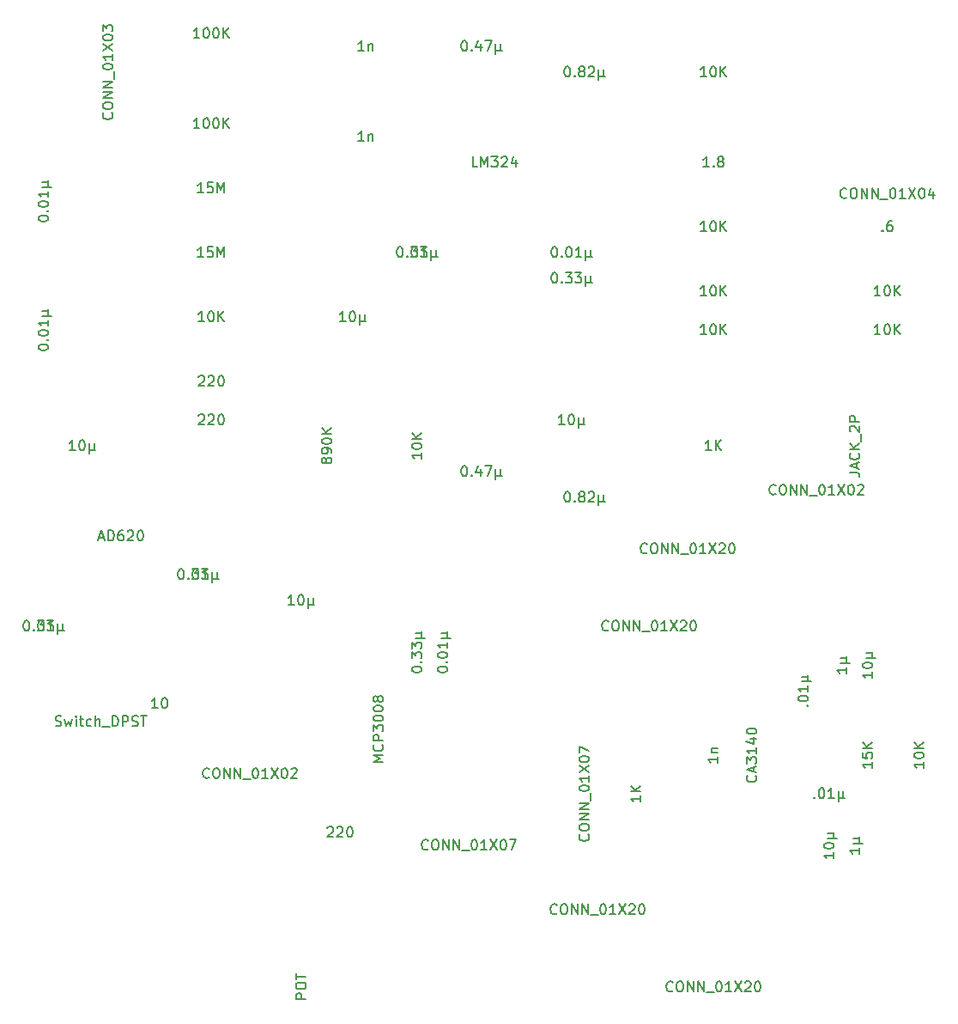
<source format=gbr>
G04 #@! TF.FileFunction,Other,Fab,Top*
%FSLAX46Y46*%
G04 Gerber Fmt 4.6, Leading zero omitted, Abs format (unit mm)*
G04 Created by KiCad (PCBNEW 4.0.2-stable) date 2016 November 09, Wednesday 18:18:31*
%MOMM*%
G01*
G04 APERTURE LIST*
%ADD10C,0.100000*%
%ADD11C,0.150000*%
G04 APERTURE END LIST*
D10*
D11*
X7485619Y-70762762D02*
X7628476Y-70810381D01*
X7866572Y-70810381D01*
X7961810Y-70762762D01*
X8009429Y-70715143D01*
X8057048Y-70619905D01*
X8057048Y-70524667D01*
X8009429Y-70429429D01*
X7961810Y-70381810D01*
X7866572Y-70334190D01*
X7676095Y-70286571D01*
X7580857Y-70238952D01*
X7533238Y-70191333D01*
X7485619Y-70096095D01*
X7485619Y-70000857D01*
X7533238Y-69905619D01*
X7580857Y-69858000D01*
X7676095Y-69810381D01*
X7914191Y-69810381D01*
X8057048Y-69858000D01*
X8390381Y-70143714D02*
X8580857Y-70810381D01*
X8771334Y-70334190D01*
X8961810Y-70810381D01*
X9152286Y-70143714D01*
X9533238Y-70810381D02*
X9533238Y-70143714D01*
X9533238Y-69810381D02*
X9485619Y-69858000D01*
X9533238Y-69905619D01*
X9580857Y-69858000D01*
X9533238Y-69810381D01*
X9533238Y-69905619D01*
X9866571Y-70143714D02*
X10247523Y-70143714D01*
X10009428Y-69810381D02*
X10009428Y-70667524D01*
X10057047Y-70762762D01*
X10152285Y-70810381D01*
X10247523Y-70810381D01*
X11009429Y-70762762D02*
X10914191Y-70810381D01*
X10723714Y-70810381D01*
X10628476Y-70762762D01*
X10580857Y-70715143D01*
X10533238Y-70619905D01*
X10533238Y-70334190D01*
X10580857Y-70238952D01*
X10628476Y-70191333D01*
X10723714Y-70143714D01*
X10914191Y-70143714D01*
X11009429Y-70191333D01*
X11438000Y-70810381D02*
X11438000Y-69810381D01*
X11866572Y-70810381D02*
X11866572Y-70286571D01*
X11818953Y-70191333D01*
X11723715Y-70143714D01*
X11580857Y-70143714D01*
X11485619Y-70191333D01*
X11438000Y-70238952D01*
X12104667Y-70905619D02*
X12866572Y-70905619D01*
X13104667Y-70810381D02*
X13104667Y-69810381D01*
X13342762Y-69810381D01*
X13485620Y-69858000D01*
X13580858Y-69953238D01*
X13628477Y-70048476D01*
X13676096Y-70238952D01*
X13676096Y-70381810D01*
X13628477Y-70572286D01*
X13580858Y-70667524D01*
X13485620Y-70762762D01*
X13342762Y-70810381D01*
X13104667Y-70810381D01*
X14104667Y-70810381D02*
X14104667Y-69810381D01*
X14485620Y-69810381D01*
X14580858Y-69858000D01*
X14628477Y-69905619D01*
X14676096Y-70000857D01*
X14676096Y-70143714D01*
X14628477Y-70238952D01*
X14580858Y-70286571D01*
X14485620Y-70334190D01*
X14104667Y-70334190D01*
X15057048Y-70762762D02*
X15199905Y-70810381D01*
X15438001Y-70810381D01*
X15533239Y-70762762D01*
X15580858Y-70715143D01*
X15628477Y-70619905D01*
X15628477Y-70524667D01*
X15580858Y-70429429D01*
X15533239Y-70381810D01*
X15438001Y-70334190D01*
X15247524Y-70286571D01*
X15152286Y-70238952D01*
X15104667Y-70191333D01*
X15057048Y-70096095D01*
X15057048Y-70000857D01*
X15104667Y-69905619D01*
X15152286Y-69858000D01*
X15247524Y-69810381D01*
X15485620Y-69810381D01*
X15628477Y-69858000D01*
X15914191Y-69810381D02*
X16485620Y-69810381D01*
X16199905Y-70810381D02*
X16199905Y-69810381D01*
X85812381Y-45822857D02*
X86526667Y-45822857D01*
X86669524Y-45870477D01*
X86764762Y-45965715D01*
X86812381Y-46108572D01*
X86812381Y-46203810D01*
X86526667Y-45394286D02*
X86526667Y-44918095D01*
X86812381Y-45489524D02*
X85812381Y-45156191D01*
X86812381Y-44822857D01*
X86717143Y-43918095D02*
X86764762Y-43965714D01*
X86812381Y-44108571D01*
X86812381Y-44203809D01*
X86764762Y-44346667D01*
X86669524Y-44441905D01*
X86574286Y-44489524D01*
X86383810Y-44537143D01*
X86240952Y-44537143D01*
X86050476Y-44489524D01*
X85955238Y-44441905D01*
X85860000Y-44346667D01*
X85812381Y-44203809D01*
X85812381Y-44108571D01*
X85860000Y-43965714D01*
X85907619Y-43918095D01*
X86812381Y-43489524D02*
X85812381Y-43489524D01*
X86812381Y-42918095D02*
X86240952Y-43346667D01*
X85812381Y-42918095D02*
X86383810Y-43489524D01*
X86907619Y-42727619D02*
X86907619Y-41965714D01*
X85907619Y-41775238D02*
X85860000Y-41727619D01*
X85812381Y-41632381D01*
X85812381Y-41394285D01*
X85860000Y-41299047D01*
X85907619Y-41251428D01*
X86002857Y-41203809D01*
X86098095Y-41203809D01*
X86240952Y-41251428D01*
X86812381Y-41822857D01*
X86812381Y-41203809D01*
X86812381Y-40775238D02*
X85812381Y-40775238D01*
X85812381Y-40394285D01*
X85860000Y-40299047D01*
X85907619Y-40251428D01*
X86002857Y-40203809D01*
X86145714Y-40203809D01*
X86240952Y-40251428D01*
X86288571Y-40299047D01*
X86336190Y-40394285D01*
X86336190Y-40775238D01*
X17589524Y-69032381D02*
X17018095Y-69032381D01*
X17303809Y-69032381D02*
X17303809Y-68032381D01*
X17208571Y-68175238D01*
X17113333Y-68270476D01*
X17018095Y-68318095D01*
X18208571Y-68032381D02*
X18303810Y-68032381D01*
X18399048Y-68080000D01*
X18446667Y-68127619D01*
X18494286Y-68222857D01*
X18541905Y-68413333D01*
X18541905Y-68651429D01*
X18494286Y-68841905D01*
X18446667Y-68937143D01*
X18399048Y-68984762D01*
X18303810Y-69032381D01*
X18208571Y-69032381D01*
X18113333Y-68984762D01*
X18065714Y-68937143D01*
X18018095Y-68841905D01*
X17970476Y-68651429D01*
X17970476Y-68413333D01*
X18018095Y-68222857D01*
X18065714Y-68127619D01*
X18113333Y-68080000D01*
X18208571Y-68032381D01*
X72175715Y-43632381D02*
X71604286Y-43632381D01*
X71890000Y-43632381D02*
X71890000Y-42632381D01*
X71794762Y-42775238D01*
X71699524Y-42870476D01*
X71604286Y-42918095D01*
X72604286Y-43632381D02*
X72604286Y-42632381D01*
X73175715Y-43632381D02*
X72747143Y-43060952D01*
X73175715Y-42632381D02*
X72604286Y-43203810D01*
X86812381Y-82788095D02*
X86812381Y-83359524D01*
X86812381Y-83073810D02*
X85812381Y-83073810D01*
X85955238Y-83169048D01*
X86050476Y-83264286D01*
X86098095Y-83359524D01*
X86145714Y-82359524D02*
X87145714Y-82359524D01*
X86669524Y-81883333D02*
X86764762Y-81835714D01*
X86812381Y-81740476D01*
X86669524Y-82359524D02*
X86764762Y-82311905D01*
X86812381Y-82216667D01*
X86812381Y-82026190D01*
X86764762Y-81930952D01*
X86669524Y-81883333D01*
X86145714Y-81883333D01*
X88082381Y-65484285D02*
X88082381Y-66055714D01*
X88082381Y-65770000D02*
X87082381Y-65770000D01*
X87225238Y-65865238D01*
X87320476Y-65960476D01*
X87368095Y-66055714D01*
X87082381Y-64865238D02*
X87082381Y-64769999D01*
X87130000Y-64674761D01*
X87177619Y-64627142D01*
X87272857Y-64579523D01*
X87463333Y-64531904D01*
X87701429Y-64531904D01*
X87891905Y-64579523D01*
X87987143Y-64627142D01*
X88034762Y-64674761D01*
X88082381Y-64769999D01*
X88082381Y-64865238D01*
X88034762Y-64960476D01*
X87987143Y-65008095D01*
X87891905Y-65055714D01*
X87701429Y-65103333D01*
X87463333Y-65103333D01*
X87272857Y-65055714D01*
X87177619Y-65008095D01*
X87130000Y-64960476D01*
X87082381Y-64865238D01*
X87415714Y-64103333D02*
X88415714Y-64103333D01*
X87939524Y-63627142D02*
X88034762Y-63579523D01*
X88082381Y-63484285D01*
X87939524Y-64103333D02*
X88034762Y-64055714D01*
X88082381Y-63960476D01*
X88082381Y-63769999D01*
X88034762Y-63674761D01*
X87939524Y-63627142D01*
X87415714Y-63627142D01*
X85542381Y-65008095D02*
X85542381Y-65579524D01*
X85542381Y-65293810D02*
X84542381Y-65293810D01*
X84685238Y-65389048D01*
X84780476Y-65484286D01*
X84828095Y-65579524D01*
X84875714Y-64579524D02*
X85875714Y-64579524D01*
X85399524Y-64103333D02*
X85494762Y-64055714D01*
X85542381Y-63960476D01*
X85399524Y-64579524D02*
X85494762Y-64531905D01*
X85542381Y-64436667D01*
X85542381Y-64246190D01*
X85494762Y-64150952D01*
X85399524Y-64103333D01*
X84875714Y-64103333D01*
X84272381Y-83264285D02*
X84272381Y-83835714D01*
X84272381Y-83550000D02*
X83272381Y-83550000D01*
X83415238Y-83645238D01*
X83510476Y-83740476D01*
X83558095Y-83835714D01*
X83272381Y-82645238D02*
X83272381Y-82549999D01*
X83320000Y-82454761D01*
X83367619Y-82407142D01*
X83462857Y-82359523D01*
X83653333Y-82311904D01*
X83891429Y-82311904D01*
X84081905Y-82359523D01*
X84177143Y-82407142D01*
X84224762Y-82454761D01*
X84272381Y-82549999D01*
X84272381Y-82645238D01*
X84224762Y-82740476D01*
X84177143Y-82788095D01*
X84081905Y-82835714D01*
X83891429Y-82883333D01*
X83653333Y-82883333D01*
X83462857Y-82835714D01*
X83367619Y-82788095D01*
X83320000Y-82740476D01*
X83272381Y-82645238D01*
X83605714Y-81883333D02*
X84605714Y-81883333D01*
X84129524Y-81407142D02*
X84224762Y-81359523D01*
X84272381Y-81264285D01*
X84129524Y-81883333D02*
X84224762Y-81835714D01*
X84272381Y-81740476D01*
X84272381Y-81549999D01*
X84224762Y-81454761D01*
X84129524Y-81407142D01*
X83605714Y-81407142D01*
X72842381Y-73826666D02*
X72842381Y-74398095D01*
X72842381Y-74112381D02*
X71842381Y-74112381D01*
X71985238Y-74207619D01*
X72080476Y-74302857D01*
X72128095Y-74398095D01*
X72175714Y-73398095D02*
X72842381Y-73398095D01*
X72270952Y-73398095D02*
X72223333Y-73350476D01*
X72175714Y-73255238D01*
X72175714Y-73112380D01*
X72223333Y-73017142D01*
X72318571Y-72969523D01*
X72842381Y-72969523D01*
X81637143Y-68786190D02*
X81684762Y-68738571D01*
X81732381Y-68786190D01*
X81684762Y-68833809D01*
X81637143Y-68786190D01*
X81732381Y-68786190D01*
X80732381Y-68119524D02*
X80732381Y-68024285D01*
X80780000Y-67929047D01*
X80827619Y-67881428D01*
X80922857Y-67833809D01*
X81113333Y-67786190D01*
X81351429Y-67786190D01*
X81541905Y-67833809D01*
X81637143Y-67881428D01*
X81684762Y-67929047D01*
X81732381Y-68024285D01*
X81732381Y-68119524D01*
X81684762Y-68214762D01*
X81637143Y-68262381D01*
X81541905Y-68310000D01*
X81351429Y-68357619D01*
X81113333Y-68357619D01*
X80922857Y-68310000D01*
X80827619Y-68262381D01*
X80780000Y-68214762D01*
X80732381Y-68119524D01*
X81732381Y-66833809D02*
X81732381Y-67405238D01*
X81732381Y-67119524D02*
X80732381Y-67119524D01*
X80875238Y-67214762D01*
X80970476Y-67310000D01*
X81018095Y-67405238D01*
X81065714Y-66405238D02*
X82065714Y-66405238D01*
X81589524Y-65929047D02*
X81684762Y-65881428D01*
X81732381Y-65786190D01*
X81589524Y-66405238D02*
X81684762Y-66357619D01*
X81732381Y-66262381D01*
X81732381Y-66071904D01*
X81684762Y-65976666D01*
X81589524Y-65929047D01*
X81065714Y-65929047D01*
X82343810Y-77827143D02*
X82391429Y-77874762D01*
X82343810Y-77922381D01*
X82296191Y-77874762D01*
X82343810Y-77827143D01*
X82343810Y-77922381D01*
X83010476Y-76922381D02*
X83105715Y-76922381D01*
X83200953Y-76970000D01*
X83248572Y-77017619D01*
X83296191Y-77112857D01*
X83343810Y-77303333D01*
X83343810Y-77541429D01*
X83296191Y-77731905D01*
X83248572Y-77827143D01*
X83200953Y-77874762D01*
X83105715Y-77922381D01*
X83010476Y-77922381D01*
X82915238Y-77874762D01*
X82867619Y-77827143D01*
X82820000Y-77731905D01*
X82772381Y-77541429D01*
X82772381Y-77303333D01*
X82820000Y-77112857D01*
X82867619Y-77017619D01*
X82915238Y-76970000D01*
X83010476Y-76922381D01*
X84296191Y-77922381D02*
X83724762Y-77922381D01*
X84010476Y-77922381D02*
X84010476Y-76922381D01*
X83915238Y-77065238D01*
X83820000Y-77160476D01*
X83724762Y-77208095D01*
X84724762Y-77255714D02*
X84724762Y-78255714D01*
X85200953Y-77779524D02*
X85248572Y-77874762D01*
X85343810Y-77922381D01*
X84724762Y-77779524D02*
X84772381Y-77874762D01*
X84867619Y-77922381D01*
X85058096Y-77922381D01*
X85153334Y-77874762D01*
X85200953Y-77779524D01*
X85200953Y-77255714D01*
X88082381Y-74350476D02*
X88082381Y-74921905D01*
X88082381Y-74636191D02*
X87082381Y-74636191D01*
X87225238Y-74731429D01*
X87320476Y-74826667D01*
X87368095Y-74921905D01*
X87082381Y-73445714D02*
X87082381Y-73921905D01*
X87558571Y-73969524D01*
X87510952Y-73921905D01*
X87463333Y-73826667D01*
X87463333Y-73588571D01*
X87510952Y-73493333D01*
X87558571Y-73445714D01*
X87653810Y-73398095D01*
X87891905Y-73398095D01*
X87987143Y-73445714D01*
X88034762Y-73493333D01*
X88082381Y-73588571D01*
X88082381Y-73826667D01*
X88034762Y-73921905D01*
X87987143Y-73969524D01*
X88082381Y-72969524D02*
X87082381Y-72969524D01*
X88082381Y-72398095D02*
X87510952Y-72826667D01*
X87082381Y-72398095D02*
X87653810Y-72969524D01*
X93162381Y-74350476D02*
X93162381Y-74921905D01*
X93162381Y-74636191D02*
X92162381Y-74636191D01*
X92305238Y-74731429D01*
X92400476Y-74826667D01*
X92448095Y-74921905D01*
X92162381Y-73731429D02*
X92162381Y-73636190D01*
X92210000Y-73540952D01*
X92257619Y-73493333D01*
X92352857Y-73445714D01*
X92543333Y-73398095D01*
X92781429Y-73398095D01*
X92971905Y-73445714D01*
X93067143Y-73493333D01*
X93114762Y-73540952D01*
X93162381Y-73636190D01*
X93162381Y-73731429D01*
X93114762Y-73826667D01*
X93067143Y-73874286D01*
X92971905Y-73921905D01*
X92781429Y-73969524D01*
X92543333Y-73969524D01*
X92352857Y-73921905D01*
X92257619Y-73874286D01*
X92210000Y-73826667D01*
X92162381Y-73731429D01*
X93162381Y-72969524D02*
X92162381Y-72969524D01*
X93162381Y-72398095D02*
X92590952Y-72826667D01*
X92162381Y-72398095D02*
X92733810Y-72969524D01*
X42632381Y-65261905D02*
X42632381Y-65166666D01*
X42680000Y-65071428D01*
X42727619Y-65023809D01*
X42822857Y-64976190D01*
X43013333Y-64928571D01*
X43251429Y-64928571D01*
X43441905Y-64976190D01*
X43537143Y-65023809D01*
X43584762Y-65071428D01*
X43632381Y-65166666D01*
X43632381Y-65261905D01*
X43584762Y-65357143D01*
X43537143Y-65404762D01*
X43441905Y-65452381D01*
X43251429Y-65500000D01*
X43013333Y-65500000D01*
X42822857Y-65452381D01*
X42727619Y-65404762D01*
X42680000Y-65357143D01*
X42632381Y-65261905D01*
X43537143Y-64500000D02*
X43584762Y-64452381D01*
X43632381Y-64500000D01*
X43584762Y-64547619D01*
X43537143Y-64500000D01*
X43632381Y-64500000D01*
X42632381Y-64119048D02*
X42632381Y-63500000D01*
X43013333Y-63833334D01*
X43013333Y-63690476D01*
X43060952Y-63595238D01*
X43108571Y-63547619D01*
X43203810Y-63500000D01*
X43441905Y-63500000D01*
X43537143Y-63547619D01*
X43584762Y-63595238D01*
X43632381Y-63690476D01*
X43632381Y-63976191D01*
X43584762Y-64071429D01*
X43537143Y-64119048D01*
X42632381Y-63166667D02*
X42632381Y-62547619D01*
X43013333Y-62880953D01*
X43013333Y-62738095D01*
X43060952Y-62642857D01*
X43108571Y-62595238D01*
X43203810Y-62547619D01*
X43441905Y-62547619D01*
X43537143Y-62595238D01*
X43584762Y-62642857D01*
X43632381Y-62738095D01*
X43632381Y-63023810D01*
X43584762Y-63119048D01*
X43537143Y-63166667D01*
X42965714Y-62119048D02*
X43965714Y-62119048D01*
X43489524Y-61642857D02*
X43584762Y-61595238D01*
X43632381Y-61500000D01*
X43489524Y-62119048D02*
X43584762Y-62071429D01*
X43632381Y-61976191D01*
X43632381Y-61785714D01*
X43584762Y-61690476D01*
X43489524Y-61642857D01*
X42965714Y-61642857D01*
X45172381Y-65261905D02*
X45172381Y-65166666D01*
X45220000Y-65071428D01*
X45267619Y-65023809D01*
X45362857Y-64976190D01*
X45553333Y-64928571D01*
X45791429Y-64928571D01*
X45981905Y-64976190D01*
X46077143Y-65023809D01*
X46124762Y-65071428D01*
X46172381Y-65166666D01*
X46172381Y-65261905D01*
X46124762Y-65357143D01*
X46077143Y-65404762D01*
X45981905Y-65452381D01*
X45791429Y-65500000D01*
X45553333Y-65500000D01*
X45362857Y-65452381D01*
X45267619Y-65404762D01*
X45220000Y-65357143D01*
X45172381Y-65261905D01*
X46077143Y-64500000D02*
X46124762Y-64452381D01*
X46172381Y-64500000D01*
X46124762Y-64547619D01*
X46077143Y-64500000D01*
X46172381Y-64500000D01*
X45172381Y-63833334D02*
X45172381Y-63738095D01*
X45220000Y-63642857D01*
X45267619Y-63595238D01*
X45362857Y-63547619D01*
X45553333Y-63500000D01*
X45791429Y-63500000D01*
X45981905Y-63547619D01*
X46077143Y-63595238D01*
X46124762Y-63642857D01*
X46172381Y-63738095D01*
X46172381Y-63833334D01*
X46124762Y-63928572D01*
X46077143Y-63976191D01*
X45981905Y-64023810D01*
X45791429Y-64071429D01*
X45553333Y-64071429D01*
X45362857Y-64023810D01*
X45267619Y-63976191D01*
X45220000Y-63928572D01*
X45172381Y-63833334D01*
X46172381Y-62547619D02*
X46172381Y-63119048D01*
X46172381Y-62833334D02*
X45172381Y-62833334D01*
X45315238Y-62928572D01*
X45410476Y-63023810D01*
X45458095Y-63119048D01*
X45505714Y-62119048D02*
X46505714Y-62119048D01*
X46029524Y-61642857D02*
X46124762Y-61595238D01*
X46172381Y-61500000D01*
X46029524Y-62119048D02*
X46124762Y-62071429D01*
X46172381Y-61976191D01*
X46172381Y-61785714D01*
X46124762Y-61690476D01*
X46029524Y-61642857D01*
X45505714Y-61642857D01*
X34321905Y-80827619D02*
X34369524Y-80780000D01*
X34464762Y-80732381D01*
X34702858Y-80732381D01*
X34798096Y-80780000D01*
X34845715Y-80827619D01*
X34893334Y-80922857D01*
X34893334Y-81018095D01*
X34845715Y-81160952D01*
X34274286Y-81732381D01*
X34893334Y-81732381D01*
X35274286Y-80827619D02*
X35321905Y-80780000D01*
X35417143Y-80732381D01*
X35655239Y-80732381D01*
X35750477Y-80780000D01*
X35798096Y-80827619D01*
X35845715Y-80922857D01*
X35845715Y-81018095D01*
X35798096Y-81160952D01*
X35226667Y-81732381D01*
X35845715Y-81732381D01*
X36464762Y-80732381D02*
X36560001Y-80732381D01*
X36655239Y-80780000D01*
X36702858Y-80827619D01*
X36750477Y-80922857D01*
X36798096Y-81113333D01*
X36798096Y-81351429D01*
X36750477Y-81541905D01*
X36702858Y-81637143D01*
X36655239Y-81684762D01*
X36560001Y-81732381D01*
X36464762Y-81732381D01*
X36369524Y-81684762D01*
X36321905Y-81637143D01*
X36274286Y-81541905D01*
X36226667Y-81351429D01*
X36226667Y-81113333D01*
X36274286Y-80922857D01*
X36321905Y-80827619D01*
X36369524Y-80780000D01*
X36464762Y-80732381D01*
X31035715Y-58872381D02*
X30464286Y-58872381D01*
X30750000Y-58872381D02*
X30750000Y-57872381D01*
X30654762Y-58015238D01*
X30559524Y-58110476D01*
X30464286Y-58158095D01*
X31654762Y-57872381D02*
X31750001Y-57872381D01*
X31845239Y-57920000D01*
X31892858Y-57967619D01*
X31940477Y-58062857D01*
X31988096Y-58253333D01*
X31988096Y-58491429D01*
X31940477Y-58681905D01*
X31892858Y-58777143D01*
X31845239Y-58824762D01*
X31750001Y-58872381D01*
X31654762Y-58872381D01*
X31559524Y-58824762D01*
X31511905Y-58777143D01*
X31464286Y-58681905D01*
X31416667Y-58491429D01*
X31416667Y-58253333D01*
X31464286Y-58062857D01*
X31511905Y-57967619D01*
X31559524Y-57920000D01*
X31654762Y-57872381D01*
X32416667Y-58205714D02*
X32416667Y-59205714D01*
X32892858Y-58729524D02*
X32940477Y-58824762D01*
X33035715Y-58872381D01*
X32416667Y-58729524D02*
X32464286Y-58824762D01*
X32559524Y-58872381D01*
X32750001Y-58872381D01*
X32845239Y-58824762D01*
X32892858Y-58729524D01*
X32892858Y-58205714D01*
X89058810Y-21947143D02*
X89106429Y-21994762D01*
X89058810Y-22042381D01*
X89011191Y-21994762D01*
X89058810Y-21947143D01*
X89058810Y-22042381D01*
X89963572Y-21042381D02*
X89773095Y-21042381D01*
X89677857Y-21090000D01*
X89630238Y-21137619D01*
X89535000Y-21280476D01*
X89487381Y-21470952D01*
X89487381Y-21851905D01*
X89535000Y-21947143D01*
X89582619Y-21994762D01*
X89677857Y-22042381D01*
X89868334Y-22042381D01*
X89963572Y-21994762D01*
X90011191Y-21947143D01*
X90058810Y-21851905D01*
X90058810Y-21613810D01*
X90011191Y-21518571D01*
X89963572Y-21470952D01*
X89868334Y-21423333D01*
X89677857Y-21423333D01*
X89582619Y-21470952D01*
X89535000Y-21518571D01*
X89487381Y-21613810D01*
X71699524Y-6802381D02*
X71128095Y-6802381D01*
X71413809Y-6802381D02*
X71413809Y-5802381D01*
X71318571Y-5945238D01*
X71223333Y-6040476D01*
X71128095Y-6088095D01*
X72318571Y-5802381D02*
X72413810Y-5802381D01*
X72509048Y-5850000D01*
X72556667Y-5897619D01*
X72604286Y-5992857D01*
X72651905Y-6183333D01*
X72651905Y-6421429D01*
X72604286Y-6611905D01*
X72556667Y-6707143D01*
X72509048Y-6754762D01*
X72413810Y-6802381D01*
X72318571Y-6802381D01*
X72223333Y-6754762D01*
X72175714Y-6707143D01*
X72128095Y-6611905D01*
X72080476Y-6421429D01*
X72080476Y-6183333D01*
X72128095Y-5992857D01*
X72175714Y-5897619D01*
X72223333Y-5850000D01*
X72318571Y-5802381D01*
X73080476Y-6802381D02*
X73080476Y-5802381D01*
X73651905Y-6802381D02*
X73223333Y-6230952D01*
X73651905Y-5802381D02*
X73080476Y-6373810D01*
X57928095Y-5802381D02*
X58023334Y-5802381D01*
X58118572Y-5850000D01*
X58166191Y-5897619D01*
X58213810Y-5992857D01*
X58261429Y-6183333D01*
X58261429Y-6421429D01*
X58213810Y-6611905D01*
X58166191Y-6707143D01*
X58118572Y-6754762D01*
X58023334Y-6802381D01*
X57928095Y-6802381D01*
X57832857Y-6754762D01*
X57785238Y-6707143D01*
X57737619Y-6611905D01*
X57690000Y-6421429D01*
X57690000Y-6183333D01*
X57737619Y-5992857D01*
X57785238Y-5897619D01*
X57832857Y-5850000D01*
X57928095Y-5802381D01*
X58690000Y-6707143D02*
X58737619Y-6754762D01*
X58690000Y-6802381D01*
X58642381Y-6754762D01*
X58690000Y-6707143D01*
X58690000Y-6802381D01*
X59309047Y-6230952D02*
X59213809Y-6183333D01*
X59166190Y-6135714D01*
X59118571Y-6040476D01*
X59118571Y-5992857D01*
X59166190Y-5897619D01*
X59213809Y-5850000D01*
X59309047Y-5802381D01*
X59499524Y-5802381D01*
X59594762Y-5850000D01*
X59642381Y-5897619D01*
X59690000Y-5992857D01*
X59690000Y-6040476D01*
X59642381Y-6135714D01*
X59594762Y-6183333D01*
X59499524Y-6230952D01*
X59309047Y-6230952D01*
X59213809Y-6278571D01*
X59166190Y-6326190D01*
X59118571Y-6421429D01*
X59118571Y-6611905D01*
X59166190Y-6707143D01*
X59213809Y-6754762D01*
X59309047Y-6802381D01*
X59499524Y-6802381D01*
X59594762Y-6754762D01*
X59642381Y-6707143D01*
X59690000Y-6611905D01*
X59690000Y-6421429D01*
X59642381Y-6326190D01*
X59594762Y-6278571D01*
X59499524Y-6230952D01*
X60070952Y-5897619D02*
X60118571Y-5850000D01*
X60213809Y-5802381D01*
X60451905Y-5802381D01*
X60547143Y-5850000D01*
X60594762Y-5897619D01*
X60642381Y-5992857D01*
X60642381Y-6088095D01*
X60594762Y-6230952D01*
X60023333Y-6802381D01*
X60642381Y-6802381D01*
X61070952Y-6135714D02*
X61070952Y-7135714D01*
X61547143Y-6659524D02*
X61594762Y-6754762D01*
X61690000Y-6802381D01*
X61070952Y-6659524D02*
X61118571Y-6754762D01*
X61213809Y-6802381D01*
X61404286Y-6802381D01*
X61499524Y-6754762D01*
X61547143Y-6659524D01*
X61547143Y-6135714D01*
X47768095Y-3262381D02*
X47863334Y-3262381D01*
X47958572Y-3310000D01*
X48006191Y-3357619D01*
X48053810Y-3452857D01*
X48101429Y-3643333D01*
X48101429Y-3881429D01*
X48053810Y-4071905D01*
X48006191Y-4167143D01*
X47958572Y-4214762D01*
X47863334Y-4262381D01*
X47768095Y-4262381D01*
X47672857Y-4214762D01*
X47625238Y-4167143D01*
X47577619Y-4071905D01*
X47530000Y-3881429D01*
X47530000Y-3643333D01*
X47577619Y-3452857D01*
X47625238Y-3357619D01*
X47672857Y-3310000D01*
X47768095Y-3262381D01*
X48530000Y-4167143D02*
X48577619Y-4214762D01*
X48530000Y-4262381D01*
X48482381Y-4214762D01*
X48530000Y-4167143D01*
X48530000Y-4262381D01*
X49434762Y-3595714D02*
X49434762Y-4262381D01*
X49196666Y-3214762D02*
X48958571Y-3929048D01*
X49577619Y-3929048D01*
X49863333Y-3262381D02*
X50530000Y-3262381D01*
X50101428Y-4262381D01*
X50910952Y-3595714D02*
X50910952Y-4595714D01*
X51387143Y-4119524D02*
X51434762Y-4214762D01*
X51530000Y-4262381D01*
X50910952Y-4119524D02*
X50958571Y-4214762D01*
X51053809Y-4262381D01*
X51244286Y-4262381D01*
X51339524Y-4214762D01*
X51387143Y-4119524D01*
X51387143Y-3595714D01*
X88844524Y-28392381D02*
X88273095Y-28392381D01*
X88558809Y-28392381D02*
X88558809Y-27392381D01*
X88463571Y-27535238D01*
X88368333Y-27630476D01*
X88273095Y-27678095D01*
X89463571Y-27392381D02*
X89558810Y-27392381D01*
X89654048Y-27440000D01*
X89701667Y-27487619D01*
X89749286Y-27582857D01*
X89796905Y-27773333D01*
X89796905Y-28011429D01*
X89749286Y-28201905D01*
X89701667Y-28297143D01*
X89654048Y-28344762D01*
X89558810Y-28392381D01*
X89463571Y-28392381D01*
X89368333Y-28344762D01*
X89320714Y-28297143D01*
X89273095Y-28201905D01*
X89225476Y-28011429D01*
X89225476Y-27773333D01*
X89273095Y-27582857D01*
X89320714Y-27487619D01*
X89368333Y-27440000D01*
X89463571Y-27392381D01*
X90225476Y-28392381D02*
X90225476Y-27392381D01*
X90796905Y-28392381D02*
X90368333Y-27820952D01*
X90796905Y-27392381D02*
X90225476Y-27963810D01*
X88844524Y-32202381D02*
X88273095Y-32202381D01*
X88558809Y-32202381D02*
X88558809Y-31202381D01*
X88463571Y-31345238D01*
X88368333Y-31440476D01*
X88273095Y-31488095D01*
X89463571Y-31202381D02*
X89558810Y-31202381D01*
X89654048Y-31250000D01*
X89701667Y-31297619D01*
X89749286Y-31392857D01*
X89796905Y-31583333D01*
X89796905Y-31821429D01*
X89749286Y-32011905D01*
X89701667Y-32107143D01*
X89654048Y-32154762D01*
X89558810Y-32202381D01*
X89463571Y-32202381D01*
X89368333Y-32154762D01*
X89320714Y-32107143D01*
X89273095Y-32011905D01*
X89225476Y-31821429D01*
X89225476Y-31583333D01*
X89273095Y-31392857D01*
X89320714Y-31297619D01*
X89368333Y-31250000D01*
X89463571Y-31202381D01*
X90225476Y-32202381D02*
X90225476Y-31202381D01*
X90796905Y-32202381D02*
X90368333Y-31630952D01*
X90796905Y-31202381D02*
X90225476Y-31773810D01*
X57705715Y-41092381D02*
X57134286Y-41092381D01*
X57420000Y-41092381D02*
X57420000Y-40092381D01*
X57324762Y-40235238D01*
X57229524Y-40330476D01*
X57134286Y-40378095D01*
X58324762Y-40092381D02*
X58420001Y-40092381D01*
X58515239Y-40140000D01*
X58562858Y-40187619D01*
X58610477Y-40282857D01*
X58658096Y-40473333D01*
X58658096Y-40711429D01*
X58610477Y-40901905D01*
X58562858Y-40997143D01*
X58515239Y-41044762D01*
X58420001Y-41092381D01*
X58324762Y-41092381D01*
X58229524Y-41044762D01*
X58181905Y-40997143D01*
X58134286Y-40901905D01*
X58086667Y-40711429D01*
X58086667Y-40473333D01*
X58134286Y-40282857D01*
X58181905Y-40187619D01*
X58229524Y-40140000D01*
X58324762Y-40092381D01*
X59086667Y-40425714D02*
X59086667Y-41425714D01*
X59562858Y-40949524D02*
X59610477Y-41044762D01*
X59705715Y-41092381D01*
X59086667Y-40949524D02*
X59134286Y-41044762D01*
X59229524Y-41092381D01*
X59420001Y-41092381D01*
X59515239Y-41044762D01*
X59562858Y-40949524D01*
X59562858Y-40425714D01*
X71961429Y-15692381D02*
X71390000Y-15692381D01*
X71675714Y-15692381D02*
X71675714Y-14692381D01*
X71580476Y-14835238D01*
X71485238Y-14930476D01*
X71390000Y-14978095D01*
X72390000Y-15597143D02*
X72437619Y-15644762D01*
X72390000Y-15692381D01*
X72342381Y-15644762D01*
X72390000Y-15597143D01*
X72390000Y-15692381D01*
X73009047Y-15120952D02*
X72913809Y-15073333D01*
X72866190Y-15025714D01*
X72818571Y-14930476D01*
X72818571Y-14882857D01*
X72866190Y-14787619D01*
X72913809Y-14740000D01*
X73009047Y-14692381D01*
X73199524Y-14692381D01*
X73294762Y-14740000D01*
X73342381Y-14787619D01*
X73390000Y-14882857D01*
X73390000Y-14930476D01*
X73342381Y-15025714D01*
X73294762Y-15073333D01*
X73199524Y-15120952D01*
X73009047Y-15120952D01*
X72913809Y-15168571D01*
X72866190Y-15216190D01*
X72818571Y-15311429D01*
X72818571Y-15501905D01*
X72866190Y-15597143D01*
X72913809Y-15644762D01*
X73009047Y-15692381D01*
X73199524Y-15692381D01*
X73294762Y-15644762D01*
X73342381Y-15597143D01*
X73390000Y-15501905D01*
X73390000Y-15311429D01*
X73342381Y-15216190D01*
X73294762Y-15168571D01*
X73199524Y-15120952D01*
X47768095Y-45172381D02*
X47863334Y-45172381D01*
X47958572Y-45220000D01*
X48006191Y-45267619D01*
X48053810Y-45362857D01*
X48101429Y-45553333D01*
X48101429Y-45791429D01*
X48053810Y-45981905D01*
X48006191Y-46077143D01*
X47958572Y-46124762D01*
X47863334Y-46172381D01*
X47768095Y-46172381D01*
X47672857Y-46124762D01*
X47625238Y-46077143D01*
X47577619Y-45981905D01*
X47530000Y-45791429D01*
X47530000Y-45553333D01*
X47577619Y-45362857D01*
X47625238Y-45267619D01*
X47672857Y-45220000D01*
X47768095Y-45172381D01*
X48530000Y-46077143D02*
X48577619Y-46124762D01*
X48530000Y-46172381D01*
X48482381Y-46124762D01*
X48530000Y-46077143D01*
X48530000Y-46172381D01*
X49434762Y-45505714D02*
X49434762Y-46172381D01*
X49196666Y-45124762D02*
X48958571Y-45839048D01*
X49577619Y-45839048D01*
X49863333Y-45172381D02*
X50530000Y-45172381D01*
X50101428Y-46172381D01*
X50910952Y-45505714D02*
X50910952Y-46505714D01*
X51387143Y-46029524D02*
X51434762Y-46124762D01*
X51530000Y-46172381D01*
X50910952Y-46029524D02*
X50958571Y-46124762D01*
X51053809Y-46172381D01*
X51244286Y-46172381D01*
X51339524Y-46124762D01*
X51387143Y-46029524D01*
X51387143Y-45505714D01*
X57928095Y-47712381D02*
X58023334Y-47712381D01*
X58118572Y-47760000D01*
X58166191Y-47807619D01*
X58213810Y-47902857D01*
X58261429Y-48093333D01*
X58261429Y-48331429D01*
X58213810Y-48521905D01*
X58166191Y-48617143D01*
X58118572Y-48664762D01*
X58023334Y-48712381D01*
X57928095Y-48712381D01*
X57832857Y-48664762D01*
X57785238Y-48617143D01*
X57737619Y-48521905D01*
X57690000Y-48331429D01*
X57690000Y-48093333D01*
X57737619Y-47902857D01*
X57785238Y-47807619D01*
X57832857Y-47760000D01*
X57928095Y-47712381D01*
X58690000Y-48617143D02*
X58737619Y-48664762D01*
X58690000Y-48712381D01*
X58642381Y-48664762D01*
X58690000Y-48617143D01*
X58690000Y-48712381D01*
X59309047Y-48140952D02*
X59213809Y-48093333D01*
X59166190Y-48045714D01*
X59118571Y-47950476D01*
X59118571Y-47902857D01*
X59166190Y-47807619D01*
X59213809Y-47760000D01*
X59309047Y-47712381D01*
X59499524Y-47712381D01*
X59594762Y-47760000D01*
X59642381Y-47807619D01*
X59690000Y-47902857D01*
X59690000Y-47950476D01*
X59642381Y-48045714D01*
X59594762Y-48093333D01*
X59499524Y-48140952D01*
X59309047Y-48140952D01*
X59213809Y-48188571D01*
X59166190Y-48236190D01*
X59118571Y-48331429D01*
X59118571Y-48521905D01*
X59166190Y-48617143D01*
X59213809Y-48664762D01*
X59309047Y-48712381D01*
X59499524Y-48712381D01*
X59594762Y-48664762D01*
X59642381Y-48617143D01*
X59690000Y-48521905D01*
X59690000Y-48331429D01*
X59642381Y-48236190D01*
X59594762Y-48188571D01*
X59499524Y-48140952D01*
X60070952Y-47807619D02*
X60118571Y-47760000D01*
X60213809Y-47712381D01*
X60451905Y-47712381D01*
X60547143Y-47760000D01*
X60594762Y-47807619D01*
X60642381Y-47902857D01*
X60642381Y-47998095D01*
X60594762Y-48140952D01*
X60023333Y-48712381D01*
X60642381Y-48712381D01*
X61070952Y-48045714D02*
X61070952Y-49045714D01*
X61547143Y-48569524D02*
X61594762Y-48664762D01*
X61690000Y-48712381D01*
X61070952Y-48569524D02*
X61118571Y-48664762D01*
X61213809Y-48712381D01*
X61404286Y-48712381D01*
X61499524Y-48664762D01*
X61547143Y-48569524D01*
X61547143Y-48045714D01*
X71699524Y-28392381D02*
X71128095Y-28392381D01*
X71413809Y-28392381D02*
X71413809Y-27392381D01*
X71318571Y-27535238D01*
X71223333Y-27630476D01*
X71128095Y-27678095D01*
X72318571Y-27392381D02*
X72413810Y-27392381D01*
X72509048Y-27440000D01*
X72556667Y-27487619D01*
X72604286Y-27582857D01*
X72651905Y-27773333D01*
X72651905Y-28011429D01*
X72604286Y-28201905D01*
X72556667Y-28297143D01*
X72509048Y-28344762D01*
X72413810Y-28392381D01*
X72318571Y-28392381D01*
X72223333Y-28344762D01*
X72175714Y-28297143D01*
X72128095Y-28201905D01*
X72080476Y-28011429D01*
X72080476Y-27773333D01*
X72128095Y-27582857D01*
X72175714Y-27487619D01*
X72223333Y-27440000D01*
X72318571Y-27392381D01*
X73080476Y-28392381D02*
X73080476Y-27392381D01*
X73651905Y-28392381D02*
X73223333Y-27820952D01*
X73651905Y-27392381D02*
X73080476Y-27963810D01*
X71699524Y-32202381D02*
X71128095Y-32202381D01*
X71413809Y-32202381D02*
X71413809Y-31202381D01*
X71318571Y-31345238D01*
X71223333Y-31440476D01*
X71128095Y-31488095D01*
X72318571Y-31202381D02*
X72413810Y-31202381D01*
X72509048Y-31250000D01*
X72556667Y-31297619D01*
X72604286Y-31392857D01*
X72651905Y-31583333D01*
X72651905Y-31821429D01*
X72604286Y-32011905D01*
X72556667Y-32107143D01*
X72509048Y-32154762D01*
X72413810Y-32202381D01*
X72318571Y-32202381D01*
X72223333Y-32154762D01*
X72175714Y-32107143D01*
X72128095Y-32011905D01*
X72080476Y-31821429D01*
X72080476Y-31583333D01*
X72128095Y-31392857D01*
X72175714Y-31297619D01*
X72223333Y-31250000D01*
X72318571Y-31202381D01*
X73080476Y-32202381D02*
X73080476Y-31202381D01*
X73651905Y-32202381D02*
X73223333Y-31630952D01*
X73651905Y-31202381D02*
X73080476Y-31773810D01*
X36115715Y-30932381D02*
X35544286Y-30932381D01*
X35830000Y-30932381D02*
X35830000Y-29932381D01*
X35734762Y-30075238D01*
X35639524Y-30170476D01*
X35544286Y-30218095D01*
X36734762Y-29932381D02*
X36830001Y-29932381D01*
X36925239Y-29980000D01*
X36972858Y-30027619D01*
X37020477Y-30122857D01*
X37068096Y-30313333D01*
X37068096Y-30551429D01*
X37020477Y-30741905D01*
X36972858Y-30837143D01*
X36925239Y-30884762D01*
X36830001Y-30932381D01*
X36734762Y-30932381D01*
X36639524Y-30884762D01*
X36591905Y-30837143D01*
X36544286Y-30741905D01*
X36496667Y-30551429D01*
X36496667Y-30313333D01*
X36544286Y-30122857D01*
X36591905Y-30027619D01*
X36639524Y-29980000D01*
X36734762Y-29932381D01*
X37496667Y-30265714D02*
X37496667Y-31265714D01*
X37972858Y-30789524D02*
X38020477Y-30884762D01*
X38115715Y-30932381D01*
X37496667Y-30789524D02*
X37544286Y-30884762D01*
X37639524Y-30932381D01*
X37830001Y-30932381D01*
X37925239Y-30884762D01*
X37972858Y-30789524D01*
X37972858Y-30265714D01*
X34170952Y-44727619D02*
X34123333Y-44822857D01*
X34075714Y-44870476D01*
X33980476Y-44918095D01*
X33932857Y-44918095D01*
X33837619Y-44870476D01*
X33790000Y-44822857D01*
X33742381Y-44727619D01*
X33742381Y-44537142D01*
X33790000Y-44441904D01*
X33837619Y-44394285D01*
X33932857Y-44346666D01*
X33980476Y-44346666D01*
X34075714Y-44394285D01*
X34123333Y-44441904D01*
X34170952Y-44537142D01*
X34170952Y-44727619D01*
X34218571Y-44822857D01*
X34266190Y-44870476D01*
X34361429Y-44918095D01*
X34551905Y-44918095D01*
X34647143Y-44870476D01*
X34694762Y-44822857D01*
X34742381Y-44727619D01*
X34742381Y-44537142D01*
X34694762Y-44441904D01*
X34647143Y-44394285D01*
X34551905Y-44346666D01*
X34361429Y-44346666D01*
X34266190Y-44394285D01*
X34218571Y-44441904D01*
X34170952Y-44537142D01*
X34742381Y-43870476D02*
X34742381Y-43680000D01*
X34694762Y-43584761D01*
X34647143Y-43537142D01*
X34504286Y-43441904D01*
X34313810Y-43394285D01*
X33932857Y-43394285D01*
X33837619Y-43441904D01*
X33790000Y-43489523D01*
X33742381Y-43584761D01*
X33742381Y-43775238D01*
X33790000Y-43870476D01*
X33837619Y-43918095D01*
X33932857Y-43965714D01*
X34170952Y-43965714D01*
X34266190Y-43918095D01*
X34313810Y-43870476D01*
X34361429Y-43775238D01*
X34361429Y-43584761D01*
X34313810Y-43489523D01*
X34266190Y-43441904D01*
X34170952Y-43394285D01*
X33742381Y-42775238D02*
X33742381Y-42679999D01*
X33790000Y-42584761D01*
X33837619Y-42537142D01*
X33932857Y-42489523D01*
X34123333Y-42441904D01*
X34361429Y-42441904D01*
X34551905Y-42489523D01*
X34647143Y-42537142D01*
X34694762Y-42584761D01*
X34742381Y-42679999D01*
X34742381Y-42775238D01*
X34694762Y-42870476D01*
X34647143Y-42918095D01*
X34551905Y-42965714D01*
X34361429Y-43013333D01*
X34123333Y-43013333D01*
X33932857Y-42965714D01*
X33837619Y-42918095D01*
X33790000Y-42870476D01*
X33742381Y-42775238D01*
X34742381Y-42013333D02*
X33742381Y-42013333D01*
X34742381Y-41441904D02*
X34170952Y-41870476D01*
X33742381Y-41441904D02*
X34313810Y-42013333D01*
X71699524Y-22042381D02*
X71128095Y-22042381D01*
X71413809Y-22042381D02*
X71413809Y-21042381D01*
X71318571Y-21185238D01*
X71223333Y-21280476D01*
X71128095Y-21328095D01*
X72318571Y-21042381D02*
X72413810Y-21042381D01*
X72509048Y-21090000D01*
X72556667Y-21137619D01*
X72604286Y-21232857D01*
X72651905Y-21423333D01*
X72651905Y-21661429D01*
X72604286Y-21851905D01*
X72556667Y-21947143D01*
X72509048Y-21994762D01*
X72413810Y-22042381D01*
X72318571Y-22042381D01*
X72223333Y-21994762D01*
X72175714Y-21947143D01*
X72128095Y-21851905D01*
X72080476Y-21661429D01*
X72080476Y-21423333D01*
X72128095Y-21232857D01*
X72175714Y-21137619D01*
X72223333Y-21090000D01*
X72318571Y-21042381D01*
X73080476Y-22042381D02*
X73080476Y-21042381D01*
X73651905Y-22042381D02*
X73223333Y-21470952D01*
X73651905Y-21042381D02*
X73080476Y-21613810D01*
X43632381Y-43870476D02*
X43632381Y-44441905D01*
X43632381Y-44156191D02*
X42632381Y-44156191D01*
X42775238Y-44251429D01*
X42870476Y-44346667D01*
X42918095Y-44441905D01*
X42632381Y-43251429D02*
X42632381Y-43156190D01*
X42680000Y-43060952D01*
X42727619Y-43013333D01*
X42822857Y-42965714D01*
X43013333Y-42918095D01*
X43251429Y-42918095D01*
X43441905Y-42965714D01*
X43537143Y-43013333D01*
X43584762Y-43060952D01*
X43632381Y-43156190D01*
X43632381Y-43251429D01*
X43584762Y-43346667D01*
X43537143Y-43394286D01*
X43441905Y-43441905D01*
X43251429Y-43489524D01*
X43013333Y-43489524D01*
X42822857Y-43441905D01*
X42727619Y-43394286D01*
X42680000Y-43346667D01*
X42632381Y-43251429D01*
X43632381Y-42489524D02*
X42632381Y-42489524D01*
X43632381Y-41918095D02*
X43060952Y-42346667D01*
X42632381Y-41918095D02*
X43203810Y-42489524D01*
X22169524Y-30932381D02*
X21598095Y-30932381D01*
X21883809Y-30932381D02*
X21883809Y-29932381D01*
X21788571Y-30075238D01*
X21693333Y-30170476D01*
X21598095Y-30218095D01*
X22788571Y-29932381D02*
X22883810Y-29932381D01*
X22979048Y-29980000D01*
X23026667Y-30027619D01*
X23074286Y-30122857D01*
X23121905Y-30313333D01*
X23121905Y-30551429D01*
X23074286Y-30741905D01*
X23026667Y-30837143D01*
X22979048Y-30884762D01*
X22883810Y-30932381D01*
X22788571Y-30932381D01*
X22693333Y-30884762D01*
X22645714Y-30837143D01*
X22598095Y-30741905D01*
X22550476Y-30551429D01*
X22550476Y-30313333D01*
X22598095Y-30122857D01*
X22645714Y-30027619D01*
X22693333Y-29980000D01*
X22788571Y-29932381D01*
X23550476Y-30932381D02*
X23550476Y-29932381D01*
X24121905Y-30932381D02*
X23693333Y-30360952D01*
X24121905Y-29932381D02*
X23550476Y-30503810D01*
X9445715Y-43632381D02*
X8874286Y-43632381D01*
X9160000Y-43632381D02*
X9160000Y-42632381D01*
X9064762Y-42775238D01*
X8969524Y-42870476D01*
X8874286Y-42918095D01*
X10064762Y-42632381D02*
X10160001Y-42632381D01*
X10255239Y-42680000D01*
X10302858Y-42727619D01*
X10350477Y-42822857D01*
X10398096Y-43013333D01*
X10398096Y-43251429D01*
X10350477Y-43441905D01*
X10302858Y-43537143D01*
X10255239Y-43584762D01*
X10160001Y-43632381D01*
X10064762Y-43632381D01*
X9969524Y-43584762D01*
X9921905Y-43537143D01*
X9874286Y-43441905D01*
X9826667Y-43251429D01*
X9826667Y-43013333D01*
X9874286Y-42822857D01*
X9921905Y-42727619D01*
X9969524Y-42680000D01*
X10064762Y-42632381D01*
X10826667Y-42965714D02*
X10826667Y-43965714D01*
X11302858Y-43489524D02*
X11350477Y-43584762D01*
X11445715Y-43632381D01*
X10826667Y-43489524D02*
X10874286Y-43584762D01*
X10969524Y-43632381D01*
X11160001Y-43632381D01*
X11255239Y-43584762D01*
X11302858Y-43489524D01*
X11302858Y-42965714D01*
X41418095Y-23582381D02*
X41513334Y-23582381D01*
X41608572Y-23630000D01*
X41656191Y-23677619D01*
X41703810Y-23772857D01*
X41751429Y-23963333D01*
X41751429Y-24201429D01*
X41703810Y-24391905D01*
X41656191Y-24487143D01*
X41608572Y-24534762D01*
X41513334Y-24582381D01*
X41418095Y-24582381D01*
X41322857Y-24534762D01*
X41275238Y-24487143D01*
X41227619Y-24391905D01*
X41180000Y-24201429D01*
X41180000Y-23963333D01*
X41227619Y-23772857D01*
X41275238Y-23677619D01*
X41322857Y-23630000D01*
X41418095Y-23582381D01*
X42180000Y-24487143D02*
X42227619Y-24534762D01*
X42180000Y-24582381D01*
X42132381Y-24534762D01*
X42180000Y-24487143D01*
X42180000Y-24582381D01*
X42560952Y-23582381D02*
X43180000Y-23582381D01*
X42846666Y-23963333D01*
X42989524Y-23963333D01*
X43084762Y-24010952D01*
X43132381Y-24058571D01*
X43180000Y-24153810D01*
X43180000Y-24391905D01*
X43132381Y-24487143D01*
X43084762Y-24534762D01*
X42989524Y-24582381D01*
X42703809Y-24582381D01*
X42608571Y-24534762D01*
X42560952Y-24487143D01*
X43513333Y-23582381D02*
X44132381Y-23582381D01*
X43799047Y-23963333D01*
X43941905Y-23963333D01*
X44037143Y-24010952D01*
X44084762Y-24058571D01*
X44132381Y-24153810D01*
X44132381Y-24391905D01*
X44084762Y-24487143D01*
X44037143Y-24534762D01*
X43941905Y-24582381D01*
X43656190Y-24582381D01*
X43560952Y-24534762D01*
X43513333Y-24487143D01*
X44560952Y-23915714D02*
X44560952Y-24915714D01*
X45037143Y-24439524D02*
X45084762Y-24534762D01*
X45180000Y-24582381D01*
X44560952Y-24439524D02*
X44608571Y-24534762D01*
X44703809Y-24582381D01*
X44894286Y-24582381D01*
X44989524Y-24534762D01*
X45037143Y-24439524D01*
X45037143Y-23915714D01*
X41418095Y-23582381D02*
X41513334Y-23582381D01*
X41608572Y-23630000D01*
X41656191Y-23677619D01*
X41703810Y-23772857D01*
X41751429Y-23963333D01*
X41751429Y-24201429D01*
X41703810Y-24391905D01*
X41656191Y-24487143D01*
X41608572Y-24534762D01*
X41513334Y-24582381D01*
X41418095Y-24582381D01*
X41322857Y-24534762D01*
X41275238Y-24487143D01*
X41227619Y-24391905D01*
X41180000Y-24201429D01*
X41180000Y-23963333D01*
X41227619Y-23772857D01*
X41275238Y-23677619D01*
X41322857Y-23630000D01*
X41418095Y-23582381D01*
X42180000Y-24487143D02*
X42227619Y-24534762D01*
X42180000Y-24582381D01*
X42132381Y-24534762D01*
X42180000Y-24487143D01*
X42180000Y-24582381D01*
X42846666Y-23582381D02*
X42941905Y-23582381D01*
X43037143Y-23630000D01*
X43084762Y-23677619D01*
X43132381Y-23772857D01*
X43180000Y-23963333D01*
X43180000Y-24201429D01*
X43132381Y-24391905D01*
X43084762Y-24487143D01*
X43037143Y-24534762D01*
X42941905Y-24582381D01*
X42846666Y-24582381D01*
X42751428Y-24534762D01*
X42703809Y-24487143D01*
X42656190Y-24391905D01*
X42608571Y-24201429D01*
X42608571Y-23963333D01*
X42656190Y-23772857D01*
X42703809Y-23677619D01*
X42751428Y-23630000D01*
X42846666Y-23582381D01*
X44132381Y-24582381D02*
X43560952Y-24582381D01*
X43846666Y-24582381D02*
X43846666Y-23582381D01*
X43751428Y-23725238D01*
X43656190Y-23820476D01*
X43560952Y-23868095D01*
X44560952Y-23915714D02*
X44560952Y-24915714D01*
X45037143Y-24439524D02*
X45084762Y-24534762D01*
X45180000Y-24582381D01*
X44560952Y-24439524D02*
X44608571Y-24534762D01*
X44703809Y-24582381D01*
X44894286Y-24582381D01*
X44989524Y-24534762D01*
X45037143Y-24439524D01*
X45037143Y-23915714D01*
X56658095Y-26122381D02*
X56753334Y-26122381D01*
X56848572Y-26170000D01*
X56896191Y-26217619D01*
X56943810Y-26312857D01*
X56991429Y-26503333D01*
X56991429Y-26741429D01*
X56943810Y-26931905D01*
X56896191Y-27027143D01*
X56848572Y-27074762D01*
X56753334Y-27122381D01*
X56658095Y-27122381D01*
X56562857Y-27074762D01*
X56515238Y-27027143D01*
X56467619Y-26931905D01*
X56420000Y-26741429D01*
X56420000Y-26503333D01*
X56467619Y-26312857D01*
X56515238Y-26217619D01*
X56562857Y-26170000D01*
X56658095Y-26122381D01*
X57420000Y-27027143D02*
X57467619Y-27074762D01*
X57420000Y-27122381D01*
X57372381Y-27074762D01*
X57420000Y-27027143D01*
X57420000Y-27122381D01*
X57800952Y-26122381D02*
X58420000Y-26122381D01*
X58086666Y-26503333D01*
X58229524Y-26503333D01*
X58324762Y-26550952D01*
X58372381Y-26598571D01*
X58420000Y-26693810D01*
X58420000Y-26931905D01*
X58372381Y-27027143D01*
X58324762Y-27074762D01*
X58229524Y-27122381D01*
X57943809Y-27122381D01*
X57848571Y-27074762D01*
X57800952Y-27027143D01*
X58753333Y-26122381D02*
X59372381Y-26122381D01*
X59039047Y-26503333D01*
X59181905Y-26503333D01*
X59277143Y-26550952D01*
X59324762Y-26598571D01*
X59372381Y-26693810D01*
X59372381Y-26931905D01*
X59324762Y-27027143D01*
X59277143Y-27074762D01*
X59181905Y-27122381D01*
X58896190Y-27122381D01*
X58800952Y-27074762D01*
X58753333Y-27027143D01*
X59800952Y-26455714D02*
X59800952Y-27455714D01*
X60277143Y-26979524D02*
X60324762Y-27074762D01*
X60420000Y-27122381D01*
X59800952Y-26979524D02*
X59848571Y-27074762D01*
X59943809Y-27122381D01*
X60134286Y-27122381D01*
X60229524Y-27074762D01*
X60277143Y-26979524D01*
X60277143Y-26455714D01*
X56658095Y-23582381D02*
X56753334Y-23582381D01*
X56848572Y-23630000D01*
X56896191Y-23677619D01*
X56943810Y-23772857D01*
X56991429Y-23963333D01*
X56991429Y-24201429D01*
X56943810Y-24391905D01*
X56896191Y-24487143D01*
X56848572Y-24534762D01*
X56753334Y-24582381D01*
X56658095Y-24582381D01*
X56562857Y-24534762D01*
X56515238Y-24487143D01*
X56467619Y-24391905D01*
X56420000Y-24201429D01*
X56420000Y-23963333D01*
X56467619Y-23772857D01*
X56515238Y-23677619D01*
X56562857Y-23630000D01*
X56658095Y-23582381D01*
X57420000Y-24487143D02*
X57467619Y-24534762D01*
X57420000Y-24582381D01*
X57372381Y-24534762D01*
X57420000Y-24487143D01*
X57420000Y-24582381D01*
X58086666Y-23582381D02*
X58181905Y-23582381D01*
X58277143Y-23630000D01*
X58324762Y-23677619D01*
X58372381Y-23772857D01*
X58420000Y-23963333D01*
X58420000Y-24201429D01*
X58372381Y-24391905D01*
X58324762Y-24487143D01*
X58277143Y-24534762D01*
X58181905Y-24582381D01*
X58086666Y-24582381D01*
X57991428Y-24534762D01*
X57943809Y-24487143D01*
X57896190Y-24391905D01*
X57848571Y-24201429D01*
X57848571Y-23963333D01*
X57896190Y-23772857D01*
X57943809Y-23677619D01*
X57991428Y-23630000D01*
X58086666Y-23582381D01*
X59372381Y-24582381D02*
X58800952Y-24582381D01*
X59086666Y-24582381D02*
X59086666Y-23582381D01*
X58991428Y-23725238D01*
X58896190Y-23820476D01*
X58800952Y-23868095D01*
X59800952Y-23915714D02*
X59800952Y-24915714D01*
X60277143Y-24439524D02*
X60324762Y-24534762D01*
X60420000Y-24582381D01*
X59800952Y-24439524D02*
X59848571Y-24534762D01*
X59943809Y-24582381D01*
X60134286Y-24582381D01*
X60229524Y-24534762D01*
X60277143Y-24439524D01*
X60277143Y-23915714D01*
X21621905Y-36377619D02*
X21669524Y-36330000D01*
X21764762Y-36282381D01*
X22002858Y-36282381D01*
X22098096Y-36330000D01*
X22145715Y-36377619D01*
X22193334Y-36472857D01*
X22193334Y-36568095D01*
X22145715Y-36710952D01*
X21574286Y-37282381D01*
X22193334Y-37282381D01*
X22574286Y-36377619D02*
X22621905Y-36330000D01*
X22717143Y-36282381D01*
X22955239Y-36282381D01*
X23050477Y-36330000D01*
X23098096Y-36377619D01*
X23145715Y-36472857D01*
X23145715Y-36568095D01*
X23098096Y-36710952D01*
X22526667Y-37282381D01*
X23145715Y-37282381D01*
X23764762Y-36282381D02*
X23860001Y-36282381D01*
X23955239Y-36330000D01*
X24002858Y-36377619D01*
X24050477Y-36472857D01*
X24098096Y-36663333D01*
X24098096Y-36901429D01*
X24050477Y-37091905D01*
X24002858Y-37187143D01*
X23955239Y-37234762D01*
X23860001Y-37282381D01*
X23764762Y-37282381D01*
X23669524Y-37234762D01*
X23621905Y-37187143D01*
X23574286Y-37091905D01*
X23526667Y-36901429D01*
X23526667Y-36663333D01*
X23574286Y-36472857D01*
X23621905Y-36377619D01*
X23669524Y-36330000D01*
X23764762Y-36282381D01*
X21621905Y-40187619D02*
X21669524Y-40140000D01*
X21764762Y-40092381D01*
X22002858Y-40092381D01*
X22098096Y-40140000D01*
X22145715Y-40187619D01*
X22193334Y-40282857D01*
X22193334Y-40378095D01*
X22145715Y-40520952D01*
X21574286Y-41092381D01*
X22193334Y-41092381D01*
X22574286Y-40187619D02*
X22621905Y-40140000D01*
X22717143Y-40092381D01*
X22955239Y-40092381D01*
X23050477Y-40140000D01*
X23098096Y-40187619D01*
X23145715Y-40282857D01*
X23145715Y-40378095D01*
X23098096Y-40520952D01*
X22526667Y-41092381D01*
X23145715Y-41092381D01*
X23764762Y-40092381D02*
X23860001Y-40092381D01*
X23955239Y-40140000D01*
X24002858Y-40187619D01*
X24050477Y-40282857D01*
X24098096Y-40473333D01*
X24098096Y-40711429D01*
X24050477Y-40901905D01*
X24002858Y-40997143D01*
X23955239Y-41044762D01*
X23860001Y-41092381D01*
X23764762Y-41092381D01*
X23669524Y-41044762D01*
X23621905Y-40997143D01*
X23574286Y-40901905D01*
X23526667Y-40711429D01*
X23526667Y-40473333D01*
X23574286Y-40282857D01*
X23621905Y-40187619D01*
X23669524Y-40140000D01*
X23764762Y-40092381D01*
X19828095Y-55332381D02*
X19923334Y-55332381D01*
X20018572Y-55380000D01*
X20066191Y-55427619D01*
X20113810Y-55522857D01*
X20161429Y-55713333D01*
X20161429Y-55951429D01*
X20113810Y-56141905D01*
X20066191Y-56237143D01*
X20018572Y-56284762D01*
X19923334Y-56332381D01*
X19828095Y-56332381D01*
X19732857Y-56284762D01*
X19685238Y-56237143D01*
X19637619Y-56141905D01*
X19590000Y-55951429D01*
X19590000Y-55713333D01*
X19637619Y-55522857D01*
X19685238Y-55427619D01*
X19732857Y-55380000D01*
X19828095Y-55332381D01*
X20590000Y-56237143D02*
X20637619Y-56284762D01*
X20590000Y-56332381D01*
X20542381Y-56284762D01*
X20590000Y-56237143D01*
X20590000Y-56332381D01*
X20970952Y-55332381D02*
X21590000Y-55332381D01*
X21256666Y-55713333D01*
X21399524Y-55713333D01*
X21494762Y-55760952D01*
X21542381Y-55808571D01*
X21590000Y-55903810D01*
X21590000Y-56141905D01*
X21542381Y-56237143D01*
X21494762Y-56284762D01*
X21399524Y-56332381D01*
X21113809Y-56332381D01*
X21018571Y-56284762D01*
X20970952Y-56237143D01*
X21923333Y-55332381D02*
X22542381Y-55332381D01*
X22209047Y-55713333D01*
X22351905Y-55713333D01*
X22447143Y-55760952D01*
X22494762Y-55808571D01*
X22542381Y-55903810D01*
X22542381Y-56141905D01*
X22494762Y-56237143D01*
X22447143Y-56284762D01*
X22351905Y-56332381D01*
X22066190Y-56332381D01*
X21970952Y-56284762D01*
X21923333Y-56237143D01*
X22970952Y-55665714D02*
X22970952Y-56665714D01*
X23447143Y-56189524D02*
X23494762Y-56284762D01*
X23590000Y-56332381D01*
X22970952Y-56189524D02*
X23018571Y-56284762D01*
X23113809Y-56332381D01*
X23304286Y-56332381D01*
X23399524Y-56284762D01*
X23447143Y-56189524D01*
X23447143Y-55665714D01*
X19828095Y-55332381D02*
X19923334Y-55332381D01*
X20018572Y-55380000D01*
X20066191Y-55427619D01*
X20113810Y-55522857D01*
X20161429Y-55713333D01*
X20161429Y-55951429D01*
X20113810Y-56141905D01*
X20066191Y-56237143D01*
X20018572Y-56284762D01*
X19923334Y-56332381D01*
X19828095Y-56332381D01*
X19732857Y-56284762D01*
X19685238Y-56237143D01*
X19637619Y-56141905D01*
X19590000Y-55951429D01*
X19590000Y-55713333D01*
X19637619Y-55522857D01*
X19685238Y-55427619D01*
X19732857Y-55380000D01*
X19828095Y-55332381D01*
X20590000Y-56237143D02*
X20637619Y-56284762D01*
X20590000Y-56332381D01*
X20542381Y-56284762D01*
X20590000Y-56237143D01*
X20590000Y-56332381D01*
X21256666Y-55332381D02*
X21351905Y-55332381D01*
X21447143Y-55380000D01*
X21494762Y-55427619D01*
X21542381Y-55522857D01*
X21590000Y-55713333D01*
X21590000Y-55951429D01*
X21542381Y-56141905D01*
X21494762Y-56237143D01*
X21447143Y-56284762D01*
X21351905Y-56332381D01*
X21256666Y-56332381D01*
X21161428Y-56284762D01*
X21113809Y-56237143D01*
X21066190Y-56141905D01*
X21018571Y-55951429D01*
X21018571Y-55713333D01*
X21066190Y-55522857D01*
X21113809Y-55427619D01*
X21161428Y-55380000D01*
X21256666Y-55332381D01*
X22542381Y-56332381D02*
X21970952Y-56332381D01*
X22256666Y-56332381D02*
X22256666Y-55332381D01*
X22161428Y-55475238D01*
X22066190Y-55570476D01*
X21970952Y-55618095D01*
X22970952Y-55665714D02*
X22970952Y-56665714D01*
X23447143Y-56189524D02*
X23494762Y-56284762D01*
X23590000Y-56332381D01*
X22970952Y-56189524D02*
X23018571Y-56284762D01*
X23113809Y-56332381D01*
X23304286Y-56332381D01*
X23399524Y-56284762D01*
X23447143Y-56189524D01*
X23447143Y-55665714D01*
X4588095Y-60412381D02*
X4683334Y-60412381D01*
X4778572Y-60460000D01*
X4826191Y-60507619D01*
X4873810Y-60602857D01*
X4921429Y-60793333D01*
X4921429Y-61031429D01*
X4873810Y-61221905D01*
X4826191Y-61317143D01*
X4778572Y-61364762D01*
X4683334Y-61412381D01*
X4588095Y-61412381D01*
X4492857Y-61364762D01*
X4445238Y-61317143D01*
X4397619Y-61221905D01*
X4350000Y-61031429D01*
X4350000Y-60793333D01*
X4397619Y-60602857D01*
X4445238Y-60507619D01*
X4492857Y-60460000D01*
X4588095Y-60412381D01*
X5350000Y-61317143D02*
X5397619Y-61364762D01*
X5350000Y-61412381D01*
X5302381Y-61364762D01*
X5350000Y-61317143D01*
X5350000Y-61412381D01*
X6016666Y-60412381D02*
X6111905Y-60412381D01*
X6207143Y-60460000D01*
X6254762Y-60507619D01*
X6302381Y-60602857D01*
X6350000Y-60793333D01*
X6350000Y-61031429D01*
X6302381Y-61221905D01*
X6254762Y-61317143D01*
X6207143Y-61364762D01*
X6111905Y-61412381D01*
X6016666Y-61412381D01*
X5921428Y-61364762D01*
X5873809Y-61317143D01*
X5826190Y-61221905D01*
X5778571Y-61031429D01*
X5778571Y-60793333D01*
X5826190Y-60602857D01*
X5873809Y-60507619D01*
X5921428Y-60460000D01*
X6016666Y-60412381D01*
X7302381Y-61412381D02*
X6730952Y-61412381D01*
X7016666Y-61412381D02*
X7016666Y-60412381D01*
X6921428Y-60555238D01*
X6826190Y-60650476D01*
X6730952Y-60698095D01*
X7730952Y-60745714D02*
X7730952Y-61745714D01*
X8207143Y-61269524D02*
X8254762Y-61364762D01*
X8350000Y-61412381D01*
X7730952Y-61269524D02*
X7778571Y-61364762D01*
X7873809Y-61412381D01*
X8064286Y-61412381D01*
X8159524Y-61364762D01*
X8207143Y-61269524D01*
X8207143Y-60745714D01*
X4588095Y-60412381D02*
X4683334Y-60412381D01*
X4778572Y-60460000D01*
X4826191Y-60507619D01*
X4873810Y-60602857D01*
X4921429Y-60793333D01*
X4921429Y-61031429D01*
X4873810Y-61221905D01*
X4826191Y-61317143D01*
X4778572Y-61364762D01*
X4683334Y-61412381D01*
X4588095Y-61412381D01*
X4492857Y-61364762D01*
X4445238Y-61317143D01*
X4397619Y-61221905D01*
X4350000Y-61031429D01*
X4350000Y-60793333D01*
X4397619Y-60602857D01*
X4445238Y-60507619D01*
X4492857Y-60460000D01*
X4588095Y-60412381D01*
X5350000Y-61317143D02*
X5397619Y-61364762D01*
X5350000Y-61412381D01*
X5302381Y-61364762D01*
X5350000Y-61317143D01*
X5350000Y-61412381D01*
X5730952Y-60412381D02*
X6350000Y-60412381D01*
X6016666Y-60793333D01*
X6159524Y-60793333D01*
X6254762Y-60840952D01*
X6302381Y-60888571D01*
X6350000Y-60983810D01*
X6350000Y-61221905D01*
X6302381Y-61317143D01*
X6254762Y-61364762D01*
X6159524Y-61412381D01*
X5873809Y-61412381D01*
X5778571Y-61364762D01*
X5730952Y-61317143D01*
X6683333Y-60412381D02*
X7302381Y-60412381D01*
X6969047Y-60793333D01*
X7111905Y-60793333D01*
X7207143Y-60840952D01*
X7254762Y-60888571D01*
X7302381Y-60983810D01*
X7302381Y-61221905D01*
X7254762Y-61317143D01*
X7207143Y-61364762D01*
X7111905Y-61412381D01*
X6826190Y-61412381D01*
X6730952Y-61364762D01*
X6683333Y-61317143D01*
X7730952Y-60745714D02*
X7730952Y-61745714D01*
X8207143Y-61269524D02*
X8254762Y-61364762D01*
X8350000Y-61412381D01*
X7730952Y-61269524D02*
X7778571Y-61364762D01*
X7873809Y-61412381D01*
X8064286Y-61412381D01*
X8159524Y-61364762D01*
X8207143Y-61269524D01*
X8207143Y-60745714D01*
X11803333Y-52236667D02*
X12279524Y-52236667D01*
X11708095Y-52522381D02*
X12041428Y-51522381D01*
X12374762Y-52522381D01*
X12708095Y-52522381D02*
X12708095Y-51522381D01*
X12946190Y-51522381D01*
X13089048Y-51570000D01*
X13184286Y-51665238D01*
X13231905Y-51760476D01*
X13279524Y-51950952D01*
X13279524Y-52093810D01*
X13231905Y-52284286D01*
X13184286Y-52379524D01*
X13089048Y-52474762D01*
X12946190Y-52522381D01*
X12708095Y-52522381D01*
X14136667Y-51522381D02*
X13946190Y-51522381D01*
X13850952Y-51570000D01*
X13803333Y-51617619D01*
X13708095Y-51760476D01*
X13660476Y-51950952D01*
X13660476Y-52331905D01*
X13708095Y-52427143D01*
X13755714Y-52474762D01*
X13850952Y-52522381D01*
X14041429Y-52522381D01*
X14136667Y-52474762D01*
X14184286Y-52427143D01*
X14231905Y-52331905D01*
X14231905Y-52093810D01*
X14184286Y-51998571D01*
X14136667Y-51950952D01*
X14041429Y-51903333D01*
X13850952Y-51903333D01*
X13755714Y-51950952D01*
X13708095Y-51998571D01*
X13660476Y-52093810D01*
X14612857Y-51617619D02*
X14660476Y-51570000D01*
X14755714Y-51522381D01*
X14993810Y-51522381D01*
X15089048Y-51570000D01*
X15136667Y-51617619D01*
X15184286Y-51712857D01*
X15184286Y-51808095D01*
X15136667Y-51950952D01*
X14565238Y-52522381D01*
X15184286Y-52522381D01*
X15803333Y-51522381D02*
X15898572Y-51522381D01*
X15993810Y-51570000D01*
X16041429Y-51617619D01*
X16089048Y-51712857D01*
X16136667Y-51903333D01*
X16136667Y-52141429D01*
X16089048Y-52331905D01*
X16041429Y-52427143D01*
X15993810Y-52474762D01*
X15898572Y-52522381D01*
X15803333Y-52522381D01*
X15708095Y-52474762D01*
X15660476Y-52427143D01*
X15612857Y-52331905D01*
X15565238Y-52141429D01*
X15565238Y-51903333D01*
X15612857Y-51712857D01*
X15660476Y-51617619D01*
X15708095Y-51570000D01*
X15803333Y-51522381D01*
X22098096Y-18232381D02*
X21526667Y-18232381D01*
X21812381Y-18232381D02*
X21812381Y-17232381D01*
X21717143Y-17375238D01*
X21621905Y-17470476D01*
X21526667Y-17518095D01*
X23002858Y-17232381D02*
X22526667Y-17232381D01*
X22479048Y-17708571D01*
X22526667Y-17660952D01*
X22621905Y-17613333D01*
X22860001Y-17613333D01*
X22955239Y-17660952D01*
X23002858Y-17708571D01*
X23050477Y-17803810D01*
X23050477Y-18041905D01*
X23002858Y-18137143D01*
X22955239Y-18184762D01*
X22860001Y-18232381D01*
X22621905Y-18232381D01*
X22526667Y-18184762D01*
X22479048Y-18137143D01*
X23479048Y-18232381D02*
X23479048Y-17232381D01*
X23812382Y-17946667D01*
X24145715Y-17232381D01*
X24145715Y-18232381D01*
X22098096Y-24582381D02*
X21526667Y-24582381D01*
X21812381Y-24582381D02*
X21812381Y-23582381D01*
X21717143Y-23725238D01*
X21621905Y-23820476D01*
X21526667Y-23868095D01*
X23002858Y-23582381D02*
X22526667Y-23582381D01*
X22479048Y-24058571D01*
X22526667Y-24010952D01*
X22621905Y-23963333D01*
X22860001Y-23963333D01*
X22955239Y-24010952D01*
X23002858Y-24058571D01*
X23050477Y-24153810D01*
X23050477Y-24391905D01*
X23002858Y-24487143D01*
X22955239Y-24534762D01*
X22860001Y-24582381D01*
X22621905Y-24582381D01*
X22526667Y-24534762D01*
X22479048Y-24487143D01*
X23479048Y-24582381D02*
X23479048Y-23582381D01*
X23812382Y-24296667D01*
X24145715Y-23582381D01*
X24145715Y-24582381D01*
X5802381Y-20811905D02*
X5802381Y-20716666D01*
X5850000Y-20621428D01*
X5897619Y-20573809D01*
X5992857Y-20526190D01*
X6183333Y-20478571D01*
X6421429Y-20478571D01*
X6611905Y-20526190D01*
X6707143Y-20573809D01*
X6754762Y-20621428D01*
X6802381Y-20716666D01*
X6802381Y-20811905D01*
X6754762Y-20907143D01*
X6707143Y-20954762D01*
X6611905Y-21002381D01*
X6421429Y-21050000D01*
X6183333Y-21050000D01*
X5992857Y-21002381D01*
X5897619Y-20954762D01*
X5850000Y-20907143D01*
X5802381Y-20811905D01*
X6707143Y-20050000D02*
X6754762Y-20002381D01*
X6802381Y-20050000D01*
X6754762Y-20097619D01*
X6707143Y-20050000D01*
X6802381Y-20050000D01*
X5802381Y-19383334D02*
X5802381Y-19288095D01*
X5850000Y-19192857D01*
X5897619Y-19145238D01*
X5992857Y-19097619D01*
X6183333Y-19050000D01*
X6421429Y-19050000D01*
X6611905Y-19097619D01*
X6707143Y-19145238D01*
X6754762Y-19192857D01*
X6802381Y-19288095D01*
X6802381Y-19383334D01*
X6754762Y-19478572D01*
X6707143Y-19526191D01*
X6611905Y-19573810D01*
X6421429Y-19621429D01*
X6183333Y-19621429D01*
X5992857Y-19573810D01*
X5897619Y-19526191D01*
X5850000Y-19478572D01*
X5802381Y-19383334D01*
X6802381Y-18097619D02*
X6802381Y-18669048D01*
X6802381Y-18383334D02*
X5802381Y-18383334D01*
X5945238Y-18478572D01*
X6040476Y-18573810D01*
X6088095Y-18669048D01*
X6135714Y-17669048D02*
X7135714Y-17669048D01*
X6659524Y-17192857D02*
X6754762Y-17145238D01*
X6802381Y-17050000D01*
X6659524Y-17669048D02*
X6754762Y-17621429D01*
X6802381Y-17526191D01*
X6802381Y-17335714D01*
X6754762Y-17240476D01*
X6659524Y-17192857D01*
X6135714Y-17192857D01*
X5802381Y-33511905D02*
X5802381Y-33416666D01*
X5850000Y-33321428D01*
X5897619Y-33273809D01*
X5992857Y-33226190D01*
X6183333Y-33178571D01*
X6421429Y-33178571D01*
X6611905Y-33226190D01*
X6707143Y-33273809D01*
X6754762Y-33321428D01*
X6802381Y-33416666D01*
X6802381Y-33511905D01*
X6754762Y-33607143D01*
X6707143Y-33654762D01*
X6611905Y-33702381D01*
X6421429Y-33750000D01*
X6183333Y-33750000D01*
X5992857Y-33702381D01*
X5897619Y-33654762D01*
X5850000Y-33607143D01*
X5802381Y-33511905D01*
X6707143Y-32750000D02*
X6754762Y-32702381D01*
X6802381Y-32750000D01*
X6754762Y-32797619D01*
X6707143Y-32750000D01*
X6802381Y-32750000D01*
X5802381Y-32083334D02*
X5802381Y-31988095D01*
X5850000Y-31892857D01*
X5897619Y-31845238D01*
X5992857Y-31797619D01*
X6183333Y-31750000D01*
X6421429Y-31750000D01*
X6611905Y-31797619D01*
X6707143Y-31845238D01*
X6754762Y-31892857D01*
X6802381Y-31988095D01*
X6802381Y-32083334D01*
X6754762Y-32178572D01*
X6707143Y-32226191D01*
X6611905Y-32273810D01*
X6421429Y-32321429D01*
X6183333Y-32321429D01*
X5992857Y-32273810D01*
X5897619Y-32226191D01*
X5850000Y-32178572D01*
X5802381Y-32083334D01*
X6802381Y-30797619D02*
X6802381Y-31369048D01*
X6802381Y-31083334D02*
X5802381Y-31083334D01*
X5945238Y-31178572D01*
X6040476Y-31273810D01*
X6088095Y-31369048D01*
X6135714Y-30369048D02*
X7135714Y-30369048D01*
X6659524Y-29892857D02*
X6754762Y-29845238D01*
X6802381Y-29750000D01*
X6659524Y-30369048D02*
X6754762Y-30321429D01*
X6802381Y-30226191D01*
X6802381Y-30035714D01*
X6754762Y-29940476D01*
X6659524Y-29892857D01*
X6135714Y-29892857D01*
X37933334Y-4262381D02*
X37361905Y-4262381D01*
X37647619Y-4262381D02*
X37647619Y-3262381D01*
X37552381Y-3405238D01*
X37457143Y-3500476D01*
X37361905Y-3548095D01*
X38361905Y-3595714D02*
X38361905Y-4262381D01*
X38361905Y-3690952D02*
X38409524Y-3643333D01*
X38504762Y-3595714D01*
X38647620Y-3595714D01*
X38742858Y-3643333D01*
X38790477Y-3738571D01*
X38790477Y-4262381D01*
X37933334Y-13152381D02*
X37361905Y-13152381D01*
X37647619Y-13152381D02*
X37647619Y-12152381D01*
X37552381Y-12295238D01*
X37457143Y-12390476D01*
X37361905Y-12438095D01*
X38361905Y-12485714D02*
X38361905Y-13152381D01*
X38361905Y-12580952D02*
X38409524Y-12533333D01*
X38504762Y-12485714D01*
X38647620Y-12485714D01*
X38742858Y-12533333D01*
X38790477Y-12628571D01*
X38790477Y-13152381D01*
X49109524Y-15692381D02*
X48633333Y-15692381D01*
X48633333Y-14692381D01*
X49442857Y-15692381D02*
X49442857Y-14692381D01*
X49776191Y-15406667D01*
X50109524Y-14692381D01*
X50109524Y-15692381D01*
X50490476Y-14692381D02*
X51109524Y-14692381D01*
X50776190Y-15073333D01*
X50919048Y-15073333D01*
X51014286Y-15120952D01*
X51061905Y-15168571D01*
X51109524Y-15263810D01*
X51109524Y-15501905D01*
X51061905Y-15597143D01*
X51014286Y-15644762D01*
X50919048Y-15692381D01*
X50633333Y-15692381D01*
X50538095Y-15644762D01*
X50490476Y-15597143D01*
X51490476Y-14787619D02*
X51538095Y-14740000D01*
X51633333Y-14692381D01*
X51871429Y-14692381D01*
X51966667Y-14740000D01*
X52014286Y-14787619D01*
X52061905Y-14882857D01*
X52061905Y-14978095D01*
X52014286Y-15120952D01*
X51442857Y-15692381D01*
X52061905Y-15692381D01*
X52919048Y-15025714D02*
X52919048Y-15692381D01*
X52680952Y-14644762D02*
X52442857Y-15359048D01*
X53061905Y-15359048D01*
X76557143Y-75683809D02*
X76604762Y-75731428D01*
X76652381Y-75874285D01*
X76652381Y-75969523D01*
X76604762Y-76112381D01*
X76509524Y-76207619D01*
X76414286Y-76255238D01*
X76223810Y-76302857D01*
X76080952Y-76302857D01*
X75890476Y-76255238D01*
X75795238Y-76207619D01*
X75700000Y-76112381D01*
X75652381Y-75969523D01*
X75652381Y-75874285D01*
X75700000Y-75731428D01*
X75747619Y-75683809D01*
X76366667Y-75302857D02*
X76366667Y-74826666D01*
X76652381Y-75398095D02*
X75652381Y-75064762D01*
X76652381Y-74731428D01*
X75652381Y-74493333D02*
X75652381Y-73874285D01*
X76033333Y-74207619D01*
X76033333Y-74064761D01*
X76080952Y-73969523D01*
X76128571Y-73921904D01*
X76223810Y-73874285D01*
X76461905Y-73874285D01*
X76557143Y-73921904D01*
X76604762Y-73969523D01*
X76652381Y-74064761D01*
X76652381Y-74350476D01*
X76604762Y-74445714D01*
X76557143Y-74493333D01*
X76652381Y-72921904D02*
X76652381Y-73493333D01*
X76652381Y-73207619D02*
X75652381Y-73207619D01*
X75795238Y-73302857D01*
X75890476Y-73398095D01*
X75938095Y-73493333D01*
X75985714Y-72064761D02*
X76652381Y-72064761D01*
X75604762Y-72302857D02*
X76319048Y-72540952D01*
X76319048Y-71921904D01*
X75652381Y-71350476D02*
X75652381Y-71255237D01*
X75700000Y-71159999D01*
X75747619Y-71112380D01*
X75842857Y-71064761D01*
X76033333Y-71017142D01*
X76271429Y-71017142D01*
X76461905Y-71064761D01*
X76557143Y-71112380D01*
X76604762Y-71159999D01*
X76652381Y-71255237D01*
X76652381Y-71350476D01*
X76604762Y-71445714D01*
X76557143Y-71493333D01*
X76461905Y-71540952D01*
X76271429Y-71588571D01*
X76033333Y-71588571D01*
X75842857Y-71540952D01*
X75747619Y-71493333D01*
X75700000Y-71445714D01*
X75652381Y-71350476D01*
X32202381Y-97686667D02*
X31202381Y-97686667D01*
X31202381Y-97305714D01*
X31250000Y-97210476D01*
X31297619Y-97162857D01*
X31392857Y-97115238D01*
X31535714Y-97115238D01*
X31630952Y-97162857D01*
X31678571Y-97210476D01*
X31726190Y-97305714D01*
X31726190Y-97686667D01*
X31202381Y-96496191D02*
X31202381Y-96305714D01*
X31250000Y-96210476D01*
X31345238Y-96115238D01*
X31535714Y-96067619D01*
X31869048Y-96067619D01*
X32059524Y-96115238D01*
X32154762Y-96210476D01*
X32202381Y-96305714D01*
X32202381Y-96496191D01*
X32154762Y-96591429D01*
X32059524Y-96686667D01*
X31869048Y-96734286D01*
X31535714Y-96734286D01*
X31345238Y-96686667D01*
X31250000Y-96591429D01*
X31202381Y-96496191D01*
X31202381Y-95781905D02*
X31202381Y-95210476D01*
X32202381Y-95496191D02*
X31202381Y-95496191D01*
X65826191Y-53697143D02*
X65778572Y-53744762D01*
X65635715Y-53792381D01*
X65540477Y-53792381D01*
X65397619Y-53744762D01*
X65302381Y-53649524D01*
X65254762Y-53554286D01*
X65207143Y-53363810D01*
X65207143Y-53220952D01*
X65254762Y-53030476D01*
X65302381Y-52935238D01*
X65397619Y-52840000D01*
X65540477Y-52792381D01*
X65635715Y-52792381D01*
X65778572Y-52840000D01*
X65826191Y-52887619D01*
X66445238Y-52792381D02*
X66635715Y-52792381D01*
X66730953Y-52840000D01*
X66826191Y-52935238D01*
X66873810Y-53125714D01*
X66873810Y-53459048D01*
X66826191Y-53649524D01*
X66730953Y-53744762D01*
X66635715Y-53792381D01*
X66445238Y-53792381D01*
X66350000Y-53744762D01*
X66254762Y-53649524D01*
X66207143Y-53459048D01*
X66207143Y-53125714D01*
X66254762Y-52935238D01*
X66350000Y-52840000D01*
X66445238Y-52792381D01*
X67302381Y-53792381D02*
X67302381Y-52792381D01*
X67873810Y-53792381D01*
X67873810Y-52792381D01*
X68350000Y-53792381D02*
X68350000Y-52792381D01*
X68921429Y-53792381D01*
X68921429Y-52792381D01*
X69159524Y-53887619D02*
X69921429Y-53887619D01*
X70350000Y-52792381D02*
X70445239Y-52792381D01*
X70540477Y-52840000D01*
X70588096Y-52887619D01*
X70635715Y-52982857D01*
X70683334Y-53173333D01*
X70683334Y-53411429D01*
X70635715Y-53601905D01*
X70588096Y-53697143D01*
X70540477Y-53744762D01*
X70445239Y-53792381D01*
X70350000Y-53792381D01*
X70254762Y-53744762D01*
X70207143Y-53697143D01*
X70159524Y-53601905D01*
X70111905Y-53411429D01*
X70111905Y-53173333D01*
X70159524Y-52982857D01*
X70207143Y-52887619D01*
X70254762Y-52840000D01*
X70350000Y-52792381D01*
X71635715Y-53792381D02*
X71064286Y-53792381D01*
X71350000Y-53792381D02*
X71350000Y-52792381D01*
X71254762Y-52935238D01*
X71159524Y-53030476D01*
X71064286Y-53078095D01*
X71969048Y-52792381D02*
X72635715Y-53792381D01*
X72635715Y-52792381D02*
X71969048Y-53792381D01*
X72969048Y-52887619D02*
X73016667Y-52840000D01*
X73111905Y-52792381D01*
X73350001Y-52792381D01*
X73445239Y-52840000D01*
X73492858Y-52887619D01*
X73540477Y-52982857D01*
X73540477Y-53078095D01*
X73492858Y-53220952D01*
X72921429Y-53792381D01*
X73540477Y-53792381D01*
X74159524Y-52792381D02*
X74254763Y-52792381D01*
X74350001Y-52840000D01*
X74397620Y-52887619D01*
X74445239Y-52982857D01*
X74492858Y-53173333D01*
X74492858Y-53411429D01*
X74445239Y-53601905D01*
X74397620Y-53697143D01*
X74350001Y-53744762D01*
X74254763Y-53792381D01*
X74159524Y-53792381D01*
X74064286Y-53744762D01*
X74016667Y-53697143D01*
X73969048Y-53601905D01*
X73921429Y-53411429D01*
X73921429Y-53173333D01*
X73969048Y-52982857D01*
X74016667Y-52887619D01*
X74064286Y-52840000D01*
X74159524Y-52792381D01*
X62016191Y-61317143D02*
X61968572Y-61364762D01*
X61825715Y-61412381D01*
X61730477Y-61412381D01*
X61587619Y-61364762D01*
X61492381Y-61269524D01*
X61444762Y-61174286D01*
X61397143Y-60983810D01*
X61397143Y-60840952D01*
X61444762Y-60650476D01*
X61492381Y-60555238D01*
X61587619Y-60460000D01*
X61730477Y-60412381D01*
X61825715Y-60412381D01*
X61968572Y-60460000D01*
X62016191Y-60507619D01*
X62635238Y-60412381D02*
X62825715Y-60412381D01*
X62920953Y-60460000D01*
X63016191Y-60555238D01*
X63063810Y-60745714D01*
X63063810Y-61079048D01*
X63016191Y-61269524D01*
X62920953Y-61364762D01*
X62825715Y-61412381D01*
X62635238Y-61412381D01*
X62540000Y-61364762D01*
X62444762Y-61269524D01*
X62397143Y-61079048D01*
X62397143Y-60745714D01*
X62444762Y-60555238D01*
X62540000Y-60460000D01*
X62635238Y-60412381D01*
X63492381Y-61412381D02*
X63492381Y-60412381D01*
X64063810Y-61412381D01*
X64063810Y-60412381D01*
X64540000Y-61412381D02*
X64540000Y-60412381D01*
X65111429Y-61412381D01*
X65111429Y-60412381D01*
X65349524Y-61507619D02*
X66111429Y-61507619D01*
X66540000Y-60412381D02*
X66635239Y-60412381D01*
X66730477Y-60460000D01*
X66778096Y-60507619D01*
X66825715Y-60602857D01*
X66873334Y-60793333D01*
X66873334Y-61031429D01*
X66825715Y-61221905D01*
X66778096Y-61317143D01*
X66730477Y-61364762D01*
X66635239Y-61412381D01*
X66540000Y-61412381D01*
X66444762Y-61364762D01*
X66397143Y-61317143D01*
X66349524Y-61221905D01*
X66301905Y-61031429D01*
X66301905Y-60793333D01*
X66349524Y-60602857D01*
X66397143Y-60507619D01*
X66444762Y-60460000D01*
X66540000Y-60412381D01*
X67825715Y-61412381D02*
X67254286Y-61412381D01*
X67540000Y-61412381D02*
X67540000Y-60412381D01*
X67444762Y-60555238D01*
X67349524Y-60650476D01*
X67254286Y-60698095D01*
X68159048Y-60412381D02*
X68825715Y-61412381D01*
X68825715Y-60412381D02*
X68159048Y-61412381D01*
X69159048Y-60507619D02*
X69206667Y-60460000D01*
X69301905Y-60412381D01*
X69540001Y-60412381D01*
X69635239Y-60460000D01*
X69682858Y-60507619D01*
X69730477Y-60602857D01*
X69730477Y-60698095D01*
X69682858Y-60840952D01*
X69111429Y-61412381D01*
X69730477Y-61412381D01*
X70349524Y-60412381D02*
X70444763Y-60412381D01*
X70540001Y-60460000D01*
X70587620Y-60507619D01*
X70635239Y-60602857D01*
X70682858Y-60793333D01*
X70682858Y-61031429D01*
X70635239Y-61221905D01*
X70587620Y-61317143D01*
X70540001Y-61364762D01*
X70444763Y-61412381D01*
X70349524Y-61412381D01*
X70254286Y-61364762D01*
X70206667Y-61317143D01*
X70159048Y-61221905D01*
X70111429Y-61031429D01*
X70111429Y-60793333D01*
X70159048Y-60602857D01*
X70206667Y-60507619D01*
X70254286Y-60460000D01*
X70349524Y-60412381D01*
X39822381Y-74358095D02*
X38822381Y-74358095D01*
X39536667Y-74024761D01*
X38822381Y-73691428D01*
X39822381Y-73691428D01*
X39727143Y-72643809D02*
X39774762Y-72691428D01*
X39822381Y-72834285D01*
X39822381Y-72929523D01*
X39774762Y-73072381D01*
X39679524Y-73167619D01*
X39584286Y-73215238D01*
X39393810Y-73262857D01*
X39250952Y-73262857D01*
X39060476Y-73215238D01*
X38965238Y-73167619D01*
X38870000Y-73072381D01*
X38822381Y-72929523D01*
X38822381Y-72834285D01*
X38870000Y-72691428D01*
X38917619Y-72643809D01*
X39822381Y-72215238D02*
X38822381Y-72215238D01*
X38822381Y-71834285D01*
X38870000Y-71739047D01*
X38917619Y-71691428D01*
X39012857Y-71643809D01*
X39155714Y-71643809D01*
X39250952Y-71691428D01*
X39298571Y-71739047D01*
X39346190Y-71834285D01*
X39346190Y-72215238D01*
X38822381Y-71310476D02*
X38822381Y-70691428D01*
X39203333Y-71024762D01*
X39203333Y-70881904D01*
X39250952Y-70786666D01*
X39298571Y-70739047D01*
X39393810Y-70691428D01*
X39631905Y-70691428D01*
X39727143Y-70739047D01*
X39774762Y-70786666D01*
X39822381Y-70881904D01*
X39822381Y-71167619D01*
X39774762Y-71262857D01*
X39727143Y-71310476D01*
X38822381Y-70072381D02*
X38822381Y-69977142D01*
X38870000Y-69881904D01*
X38917619Y-69834285D01*
X39012857Y-69786666D01*
X39203333Y-69739047D01*
X39441429Y-69739047D01*
X39631905Y-69786666D01*
X39727143Y-69834285D01*
X39774762Y-69881904D01*
X39822381Y-69977142D01*
X39822381Y-70072381D01*
X39774762Y-70167619D01*
X39727143Y-70215238D01*
X39631905Y-70262857D01*
X39441429Y-70310476D01*
X39203333Y-70310476D01*
X39012857Y-70262857D01*
X38917619Y-70215238D01*
X38870000Y-70167619D01*
X38822381Y-70072381D01*
X38822381Y-69120000D02*
X38822381Y-69024761D01*
X38870000Y-68929523D01*
X38917619Y-68881904D01*
X39012857Y-68834285D01*
X39203333Y-68786666D01*
X39441429Y-68786666D01*
X39631905Y-68834285D01*
X39727143Y-68881904D01*
X39774762Y-68929523D01*
X39822381Y-69024761D01*
X39822381Y-69120000D01*
X39774762Y-69215238D01*
X39727143Y-69262857D01*
X39631905Y-69310476D01*
X39441429Y-69358095D01*
X39203333Y-69358095D01*
X39012857Y-69310476D01*
X38917619Y-69262857D01*
X38870000Y-69215238D01*
X38822381Y-69120000D01*
X39250952Y-68215238D02*
X39203333Y-68310476D01*
X39155714Y-68358095D01*
X39060476Y-68405714D01*
X39012857Y-68405714D01*
X38917619Y-68358095D01*
X38870000Y-68310476D01*
X38822381Y-68215238D01*
X38822381Y-68024761D01*
X38870000Y-67929523D01*
X38917619Y-67881904D01*
X39012857Y-67834285D01*
X39060476Y-67834285D01*
X39155714Y-67881904D01*
X39203333Y-67929523D01*
X39250952Y-68024761D01*
X39250952Y-68215238D01*
X39298571Y-68310476D01*
X39346190Y-68358095D01*
X39441429Y-68405714D01*
X39631905Y-68405714D01*
X39727143Y-68358095D01*
X39774762Y-68310476D01*
X39822381Y-68215238D01*
X39822381Y-68024761D01*
X39774762Y-67929523D01*
X39727143Y-67881904D01*
X39631905Y-67834285D01*
X39441429Y-67834285D01*
X39346190Y-67881904D01*
X39298571Y-67929523D01*
X39250952Y-68024761D01*
X60047143Y-81493809D02*
X60094762Y-81541428D01*
X60142381Y-81684285D01*
X60142381Y-81779523D01*
X60094762Y-81922381D01*
X59999524Y-82017619D01*
X59904286Y-82065238D01*
X59713810Y-82112857D01*
X59570952Y-82112857D01*
X59380476Y-82065238D01*
X59285238Y-82017619D01*
X59190000Y-81922381D01*
X59142381Y-81779523D01*
X59142381Y-81684285D01*
X59190000Y-81541428D01*
X59237619Y-81493809D01*
X59142381Y-80874762D02*
X59142381Y-80684285D01*
X59190000Y-80589047D01*
X59285238Y-80493809D01*
X59475714Y-80446190D01*
X59809048Y-80446190D01*
X59999524Y-80493809D01*
X60094762Y-80589047D01*
X60142381Y-80684285D01*
X60142381Y-80874762D01*
X60094762Y-80970000D01*
X59999524Y-81065238D01*
X59809048Y-81112857D01*
X59475714Y-81112857D01*
X59285238Y-81065238D01*
X59190000Y-80970000D01*
X59142381Y-80874762D01*
X60142381Y-80017619D02*
X59142381Y-80017619D01*
X60142381Y-79446190D01*
X59142381Y-79446190D01*
X60142381Y-78970000D02*
X59142381Y-78970000D01*
X60142381Y-78398571D01*
X59142381Y-78398571D01*
X60237619Y-78160476D02*
X60237619Y-77398571D01*
X59142381Y-76970000D02*
X59142381Y-76874761D01*
X59190000Y-76779523D01*
X59237619Y-76731904D01*
X59332857Y-76684285D01*
X59523333Y-76636666D01*
X59761429Y-76636666D01*
X59951905Y-76684285D01*
X60047143Y-76731904D01*
X60094762Y-76779523D01*
X60142381Y-76874761D01*
X60142381Y-76970000D01*
X60094762Y-77065238D01*
X60047143Y-77112857D01*
X59951905Y-77160476D01*
X59761429Y-77208095D01*
X59523333Y-77208095D01*
X59332857Y-77160476D01*
X59237619Y-77112857D01*
X59190000Y-77065238D01*
X59142381Y-76970000D01*
X60142381Y-75684285D02*
X60142381Y-76255714D01*
X60142381Y-75970000D02*
X59142381Y-75970000D01*
X59285238Y-76065238D01*
X59380476Y-76160476D01*
X59428095Y-76255714D01*
X59142381Y-75350952D02*
X60142381Y-74684285D01*
X59142381Y-74684285D02*
X60142381Y-75350952D01*
X59142381Y-74112857D02*
X59142381Y-74017618D01*
X59190000Y-73922380D01*
X59237619Y-73874761D01*
X59332857Y-73827142D01*
X59523333Y-73779523D01*
X59761429Y-73779523D01*
X59951905Y-73827142D01*
X60047143Y-73874761D01*
X60094762Y-73922380D01*
X60142381Y-74017618D01*
X60142381Y-74112857D01*
X60094762Y-74208095D01*
X60047143Y-74255714D01*
X59951905Y-74303333D01*
X59761429Y-74350952D01*
X59523333Y-74350952D01*
X59332857Y-74303333D01*
X59237619Y-74255714D01*
X59190000Y-74208095D01*
X59142381Y-74112857D01*
X59142381Y-73446190D02*
X59142381Y-72779523D01*
X60142381Y-73208095D01*
X44236191Y-82907143D02*
X44188572Y-82954762D01*
X44045715Y-83002381D01*
X43950477Y-83002381D01*
X43807619Y-82954762D01*
X43712381Y-82859524D01*
X43664762Y-82764286D01*
X43617143Y-82573810D01*
X43617143Y-82430952D01*
X43664762Y-82240476D01*
X43712381Y-82145238D01*
X43807619Y-82050000D01*
X43950477Y-82002381D01*
X44045715Y-82002381D01*
X44188572Y-82050000D01*
X44236191Y-82097619D01*
X44855238Y-82002381D02*
X45045715Y-82002381D01*
X45140953Y-82050000D01*
X45236191Y-82145238D01*
X45283810Y-82335714D01*
X45283810Y-82669048D01*
X45236191Y-82859524D01*
X45140953Y-82954762D01*
X45045715Y-83002381D01*
X44855238Y-83002381D01*
X44760000Y-82954762D01*
X44664762Y-82859524D01*
X44617143Y-82669048D01*
X44617143Y-82335714D01*
X44664762Y-82145238D01*
X44760000Y-82050000D01*
X44855238Y-82002381D01*
X45712381Y-83002381D02*
X45712381Y-82002381D01*
X46283810Y-83002381D01*
X46283810Y-82002381D01*
X46760000Y-83002381D02*
X46760000Y-82002381D01*
X47331429Y-83002381D01*
X47331429Y-82002381D01*
X47569524Y-83097619D02*
X48331429Y-83097619D01*
X48760000Y-82002381D02*
X48855239Y-82002381D01*
X48950477Y-82050000D01*
X48998096Y-82097619D01*
X49045715Y-82192857D01*
X49093334Y-82383333D01*
X49093334Y-82621429D01*
X49045715Y-82811905D01*
X48998096Y-82907143D01*
X48950477Y-82954762D01*
X48855239Y-83002381D01*
X48760000Y-83002381D01*
X48664762Y-82954762D01*
X48617143Y-82907143D01*
X48569524Y-82811905D01*
X48521905Y-82621429D01*
X48521905Y-82383333D01*
X48569524Y-82192857D01*
X48617143Y-82097619D01*
X48664762Y-82050000D01*
X48760000Y-82002381D01*
X50045715Y-83002381D02*
X49474286Y-83002381D01*
X49760000Y-83002381D02*
X49760000Y-82002381D01*
X49664762Y-82145238D01*
X49569524Y-82240476D01*
X49474286Y-82288095D01*
X50379048Y-82002381D02*
X51045715Y-83002381D01*
X51045715Y-82002381D02*
X50379048Y-83002381D01*
X51617143Y-82002381D02*
X51712382Y-82002381D01*
X51807620Y-82050000D01*
X51855239Y-82097619D01*
X51902858Y-82192857D01*
X51950477Y-82383333D01*
X51950477Y-82621429D01*
X51902858Y-82811905D01*
X51855239Y-82907143D01*
X51807620Y-82954762D01*
X51712382Y-83002381D01*
X51617143Y-83002381D01*
X51521905Y-82954762D01*
X51474286Y-82907143D01*
X51426667Y-82811905D01*
X51379048Y-82621429D01*
X51379048Y-82383333D01*
X51426667Y-82192857D01*
X51474286Y-82097619D01*
X51521905Y-82050000D01*
X51617143Y-82002381D01*
X52283810Y-82002381D02*
X52950477Y-82002381D01*
X52521905Y-83002381D01*
X56936191Y-89257143D02*
X56888572Y-89304762D01*
X56745715Y-89352381D01*
X56650477Y-89352381D01*
X56507619Y-89304762D01*
X56412381Y-89209524D01*
X56364762Y-89114286D01*
X56317143Y-88923810D01*
X56317143Y-88780952D01*
X56364762Y-88590476D01*
X56412381Y-88495238D01*
X56507619Y-88400000D01*
X56650477Y-88352381D01*
X56745715Y-88352381D01*
X56888572Y-88400000D01*
X56936191Y-88447619D01*
X57555238Y-88352381D02*
X57745715Y-88352381D01*
X57840953Y-88400000D01*
X57936191Y-88495238D01*
X57983810Y-88685714D01*
X57983810Y-89019048D01*
X57936191Y-89209524D01*
X57840953Y-89304762D01*
X57745715Y-89352381D01*
X57555238Y-89352381D01*
X57460000Y-89304762D01*
X57364762Y-89209524D01*
X57317143Y-89019048D01*
X57317143Y-88685714D01*
X57364762Y-88495238D01*
X57460000Y-88400000D01*
X57555238Y-88352381D01*
X58412381Y-89352381D02*
X58412381Y-88352381D01*
X58983810Y-89352381D01*
X58983810Y-88352381D01*
X59460000Y-89352381D02*
X59460000Y-88352381D01*
X60031429Y-89352381D01*
X60031429Y-88352381D01*
X60269524Y-89447619D02*
X61031429Y-89447619D01*
X61460000Y-88352381D02*
X61555239Y-88352381D01*
X61650477Y-88400000D01*
X61698096Y-88447619D01*
X61745715Y-88542857D01*
X61793334Y-88733333D01*
X61793334Y-88971429D01*
X61745715Y-89161905D01*
X61698096Y-89257143D01*
X61650477Y-89304762D01*
X61555239Y-89352381D01*
X61460000Y-89352381D01*
X61364762Y-89304762D01*
X61317143Y-89257143D01*
X61269524Y-89161905D01*
X61221905Y-88971429D01*
X61221905Y-88733333D01*
X61269524Y-88542857D01*
X61317143Y-88447619D01*
X61364762Y-88400000D01*
X61460000Y-88352381D01*
X62745715Y-89352381D02*
X62174286Y-89352381D01*
X62460000Y-89352381D02*
X62460000Y-88352381D01*
X62364762Y-88495238D01*
X62269524Y-88590476D01*
X62174286Y-88638095D01*
X63079048Y-88352381D02*
X63745715Y-89352381D01*
X63745715Y-88352381D02*
X63079048Y-89352381D01*
X64079048Y-88447619D02*
X64126667Y-88400000D01*
X64221905Y-88352381D01*
X64460001Y-88352381D01*
X64555239Y-88400000D01*
X64602858Y-88447619D01*
X64650477Y-88542857D01*
X64650477Y-88638095D01*
X64602858Y-88780952D01*
X64031429Y-89352381D01*
X64650477Y-89352381D01*
X65269524Y-88352381D02*
X65364763Y-88352381D01*
X65460001Y-88400000D01*
X65507620Y-88447619D01*
X65555239Y-88542857D01*
X65602858Y-88733333D01*
X65602858Y-88971429D01*
X65555239Y-89161905D01*
X65507620Y-89257143D01*
X65460001Y-89304762D01*
X65364763Y-89352381D01*
X65269524Y-89352381D01*
X65174286Y-89304762D01*
X65126667Y-89257143D01*
X65079048Y-89161905D01*
X65031429Y-88971429D01*
X65031429Y-88733333D01*
X65079048Y-88542857D01*
X65126667Y-88447619D01*
X65174286Y-88400000D01*
X65269524Y-88352381D01*
X68366191Y-96877143D02*
X68318572Y-96924762D01*
X68175715Y-96972381D01*
X68080477Y-96972381D01*
X67937619Y-96924762D01*
X67842381Y-96829524D01*
X67794762Y-96734286D01*
X67747143Y-96543810D01*
X67747143Y-96400952D01*
X67794762Y-96210476D01*
X67842381Y-96115238D01*
X67937619Y-96020000D01*
X68080477Y-95972381D01*
X68175715Y-95972381D01*
X68318572Y-96020000D01*
X68366191Y-96067619D01*
X68985238Y-95972381D02*
X69175715Y-95972381D01*
X69270953Y-96020000D01*
X69366191Y-96115238D01*
X69413810Y-96305714D01*
X69413810Y-96639048D01*
X69366191Y-96829524D01*
X69270953Y-96924762D01*
X69175715Y-96972381D01*
X68985238Y-96972381D01*
X68890000Y-96924762D01*
X68794762Y-96829524D01*
X68747143Y-96639048D01*
X68747143Y-96305714D01*
X68794762Y-96115238D01*
X68890000Y-96020000D01*
X68985238Y-95972381D01*
X69842381Y-96972381D02*
X69842381Y-95972381D01*
X70413810Y-96972381D01*
X70413810Y-95972381D01*
X70890000Y-96972381D02*
X70890000Y-95972381D01*
X71461429Y-96972381D01*
X71461429Y-95972381D01*
X71699524Y-97067619D02*
X72461429Y-97067619D01*
X72890000Y-95972381D02*
X72985239Y-95972381D01*
X73080477Y-96020000D01*
X73128096Y-96067619D01*
X73175715Y-96162857D01*
X73223334Y-96353333D01*
X73223334Y-96591429D01*
X73175715Y-96781905D01*
X73128096Y-96877143D01*
X73080477Y-96924762D01*
X72985239Y-96972381D01*
X72890000Y-96972381D01*
X72794762Y-96924762D01*
X72747143Y-96877143D01*
X72699524Y-96781905D01*
X72651905Y-96591429D01*
X72651905Y-96353333D01*
X72699524Y-96162857D01*
X72747143Y-96067619D01*
X72794762Y-96020000D01*
X72890000Y-95972381D01*
X74175715Y-96972381D02*
X73604286Y-96972381D01*
X73890000Y-96972381D02*
X73890000Y-95972381D01*
X73794762Y-96115238D01*
X73699524Y-96210476D01*
X73604286Y-96258095D01*
X74509048Y-95972381D02*
X75175715Y-96972381D01*
X75175715Y-95972381D02*
X74509048Y-96972381D01*
X75509048Y-96067619D02*
X75556667Y-96020000D01*
X75651905Y-95972381D01*
X75890001Y-95972381D01*
X75985239Y-96020000D01*
X76032858Y-96067619D01*
X76080477Y-96162857D01*
X76080477Y-96258095D01*
X76032858Y-96400952D01*
X75461429Y-96972381D01*
X76080477Y-96972381D01*
X76699524Y-95972381D02*
X76794763Y-95972381D01*
X76890001Y-96020000D01*
X76937620Y-96067619D01*
X76985239Y-96162857D01*
X77032858Y-96353333D01*
X77032858Y-96591429D01*
X76985239Y-96781905D01*
X76937620Y-96877143D01*
X76890001Y-96924762D01*
X76794763Y-96972381D01*
X76699524Y-96972381D01*
X76604286Y-96924762D01*
X76556667Y-96877143D01*
X76509048Y-96781905D01*
X76461429Y-96591429D01*
X76461429Y-96353333D01*
X76509048Y-96162857D01*
X76556667Y-96067619D01*
X76604286Y-96020000D01*
X76699524Y-95972381D01*
X13057143Y-10373809D02*
X13104762Y-10421428D01*
X13152381Y-10564285D01*
X13152381Y-10659523D01*
X13104762Y-10802381D01*
X13009524Y-10897619D01*
X12914286Y-10945238D01*
X12723810Y-10992857D01*
X12580952Y-10992857D01*
X12390476Y-10945238D01*
X12295238Y-10897619D01*
X12200000Y-10802381D01*
X12152381Y-10659523D01*
X12152381Y-10564285D01*
X12200000Y-10421428D01*
X12247619Y-10373809D01*
X12152381Y-9754762D02*
X12152381Y-9564285D01*
X12200000Y-9469047D01*
X12295238Y-9373809D01*
X12485714Y-9326190D01*
X12819048Y-9326190D01*
X13009524Y-9373809D01*
X13104762Y-9469047D01*
X13152381Y-9564285D01*
X13152381Y-9754762D01*
X13104762Y-9850000D01*
X13009524Y-9945238D01*
X12819048Y-9992857D01*
X12485714Y-9992857D01*
X12295238Y-9945238D01*
X12200000Y-9850000D01*
X12152381Y-9754762D01*
X13152381Y-8897619D02*
X12152381Y-8897619D01*
X13152381Y-8326190D01*
X12152381Y-8326190D01*
X13152381Y-7850000D02*
X12152381Y-7850000D01*
X13152381Y-7278571D01*
X12152381Y-7278571D01*
X13247619Y-7040476D02*
X13247619Y-6278571D01*
X12152381Y-5850000D02*
X12152381Y-5754761D01*
X12200000Y-5659523D01*
X12247619Y-5611904D01*
X12342857Y-5564285D01*
X12533333Y-5516666D01*
X12771429Y-5516666D01*
X12961905Y-5564285D01*
X13057143Y-5611904D01*
X13104762Y-5659523D01*
X13152381Y-5754761D01*
X13152381Y-5850000D01*
X13104762Y-5945238D01*
X13057143Y-5992857D01*
X12961905Y-6040476D01*
X12771429Y-6088095D01*
X12533333Y-6088095D01*
X12342857Y-6040476D01*
X12247619Y-5992857D01*
X12200000Y-5945238D01*
X12152381Y-5850000D01*
X13152381Y-4564285D02*
X13152381Y-5135714D01*
X13152381Y-4850000D02*
X12152381Y-4850000D01*
X12295238Y-4945238D01*
X12390476Y-5040476D01*
X12438095Y-5135714D01*
X12152381Y-4230952D02*
X13152381Y-3564285D01*
X12152381Y-3564285D02*
X13152381Y-4230952D01*
X12152381Y-2992857D02*
X12152381Y-2897618D01*
X12200000Y-2802380D01*
X12247619Y-2754761D01*
X12342857Y-2707142D01*
X12533333Y-2659523D01*
X12771429Y-2659523D01*
X12961905Y-2707142D01*
X13057143Y-2754761D01*
X13104762Y-2802380D01*
X13152381Y-2897618D01*
X13152381Y-2992857D01*
X13104762Y-3088095D01*
X13057143Y-3135714D01*
X12961905Y-3183333D01*
X12771429Y-3230952D01*
X12533333Y-3230952D01*
X12342857Y-3183333D01*
X12247619Y-3135714D01*
X12200000Y-3088095D01*
X12152381Y-2992857D01*
X12152381Y-2326190D02*
X12152381Y-1707142D01*
X12533333Y-2040476D01*
X12533333Y-1897618D01*
X12580952Y-1802380D01*
X12628571Y-1754761D01*
X12723810Y-1707142D01*
X12961905Y-1707142D01*
X13057143Y-1754761D01*
X13104762Y-1802380D01*
X13152381Y-1897618D01*
X13152381Y-2183333D01*
X13104762Y-2278571D01*
X13057143Y-2326190D01*
X21693334Y-11882381D02*
X21121905Y-11882381D01*
X21407619Y-11882381D02*
X21407619Y-10882381D01*
X21312381Y-11025238D01*
X21217143Y-11120476D01*
X21121905Y-11168095D01*
X22312381Y-10882381D02*
X22407620Y-10882381D01*
X22502858Y-10930000D01*
X22550477Y-10977619D01*
X22598096Y-11072857D01*
X22645715Y-11263333D01*
X22645715Y-11501429D01*
X22598096Y-11691905D01*
X22550477Y-11787143D01*
X22502858Y-11834762D01*
X22407620Y-11882381D01*
X22312381Y-11882381D01*
X22217143Y-11834762D01*
X22169524Y-11787143D01*
X22121905Y-11691905D01*
X22074286Y-11501429D01*
X22074286Y-11263333D01*
X22121905Y-11072857D01*
X22169524Y-10977619D01*
X22217143Y-10930000D01*
X22312381Y-10882381D01*
X23264762Y-10882381D02*
X23360001Y-10882381D01*
X23455239Y-10930000D01*
X23502858Y-10977619D01*
X23550477Y-11072857D01*
X23598096Y-11263333D01*
X23598096Y-11501429D01*
X23550477Y-11691905D01*
X23502858Y-11787143D01*
X23455239Y-11834762D01*
X23360001Y-11882381D01*
X23264762Y-11882381D01*
X23169524Y-11834762D01*
X23121905Y-11787143D01*
X23074286Y-11691905D01*
X23026667Y-11501429D01*
X23026667Y-11263333D01*
X23074286Y-11072857D01*
X23121905Y-10977619D01*
X23169524Y-10930000D01*
X23264762Y-10882381D01*
X24026667Y-11882381D02*
X24026667Y-10882381D01*
X24598096Y-11882381D02*
X24169524Y-11310952D01*
X24598096Y-10882381D02*
X24026667Y-11453810D01*
X21693334Y-2992381D02*
X21121905Y-2992381D01*
X21407619Y-2992381D02*
X21407619Y-1992381D01*
X21312381Y-2135238D01*
X21217143Y-2230476D01*
X21121905Y-2278095D01*
X22312381Y-1992381D02*
X22407620Y-1992381D01*
X22502858Y-2040000D01*
X22550477Y-2087619D01*
X22598096Y-2182857D01*
X22645715Y-2373333D01*
X22645715Y-2611429D01*
X22598096Y-2801905D01*
X22550477Y-2897143D01*
X22502858Y-2944762D01*
X22407620Y-2992381D01*
X22312381Y-2992381D01*
X22217143Y-2944762D01*
X22169524Y-2897143D01*
X22121905Y-2801905D01*
X22074286Y-2611429D01*
X22074286Y-2373333D01*
X22121905Y-2182857D01*
X22169524Y-2087619D01*
X22217143Y-2040000D01*
X22312381Y-1992381D01*
X23264762Y-1992381D02*
X23360001Y-1992381D01*
X23455239Y-2040000D01*
X23502858Y-2087619D01*
X23550477Y-2182857D01*
X23598096Y-2373333D01*
X23598096Y-2611429D01*
X23550477Y-2801905D01*
X23502858Y-2897143D01*
X23455239Y-2944762D01*
X23360001Y-2992381D01*
X23264762Y-2992381D01*
X23169524Y-2944762D01*
X23121905Y-2897143D01*
X23074286Y-2801905D01*
X23026667Y-2611429D01*
X23026667Y-2373333D01*
X23074286Y-2182857D01*
X23121905Y-2087619D01*
X23169524Y-2040000D01*
X23264762Y-1992381D01*
X24026667Y-2992381D02*
X24026667Y-1992381D01*
X24598096Y-2992381D02*
X24169524Y-2420952D01*
X24598096Y-1992381D02*
X24026667Y-2563810D01*
X78526191Y-47907143D02*
X78478572Y-47954762D01*
X78335715Y-48002381D01*
X78240477Y-48002381D01*
X78097619Y-47954762D01*
X78002381Y-47859524D01*
X77954762Y-47764286D01*
X77907143Y-47573810D01*
X77907143Y-47430952D01*
X77954762Y-47240476D01*
X78002381Y-47145238D01*
X78097619Y-47050000D01*
X78240477Y-47002381D01*
X78335715Y-47002381D01*
X78478572Y-47050000D01*
X78526191Y-47097619D01*
X79145238Y-47002381D02*
X79335715Y-47002381D01*
X79430953Y-47050000D01*
X79526191Y-47145238D01*
X79573810Y-47335714D01*
X79573810Y-47669048D01*
X79526191Y-47859524D01*
X79430953Y-47954762D01*
X79335715Y-48002381D01*
X79145238Y-48002381D01*
X79050000Y-47954762D01*
X78954762Y-47859524D01*
X78907143Y-47669048D01*
X78907143Y-47335714D01*
X78954762Y-47145238D01*
X79050000Y-47050000D01*
X79145238Y-47002381D01*
X80002381Y-48002381D02*
X80002381Y-47002381D01*
X80573810Y-48002381D01*
X80573810Y-47002381D01*
X81050000Y-48002381D02*
X81050000Y-47002381D01*
X81621429Y-48002381D01*
X81621429Y-47002381D01*
X81859524Y-48097619D02*
X82621429Y-48097619D01*
X83050000Y-47002381D02*
X83145239Y-47002381D01*
X83240477Y-47050000D01*
X83288096Y-47097619D01*
X83335715Y-47192857D01*
X83383334Y-47383333D01*
X83383334Y-47621429D01*
X83335715Y-47811905D01*
X83288096Y-47907143D01*
X83240477Y-47954762D01*
X83145239Y-48002381D01*
X83050000Y-48002381D01*
X82954762Y-47954762D01*
X82907143Y-47907143D01*
X82859524Y-47811905D01*
X82811905Y-47621429D01*
X82811905Y-47383333D01*
X82859524Y-47192857D01*
X82907143Y-47097619D01*
X82954762Y-47050000D01*
X83050000Y-47002381D01*
X84335715Y-48002381D02*
X83764286Y-48002381D01*
X84050000Y-48002381D02*
X84050000Y-47002381D01*
X83954762Y-47145238D01*
X83859524Y-47240476D01*
X83764286Y-47288095D01*
X84669048Y-47002381D02*
X85335715Y-48002381D01*
X85335715Y-47002381D02*
X84669048Y-48002381D01*
X85907143Y-47002381D02*
X86002382Y-47002381D01*
X86097620Y-47050000D01*
X86145239Y-47097619D01*
X86192858Y-47192857D01*
X86240477Y-47383333D01*
X86240477Y-47621429D01*
X86192858Y-47811905D01*
X86145239Y-47907143D01*
X86097620Y-47954762D01*
X86002382Y-48002381D01*
X85907143Y-48002381D01*
X85811905Y-47954762D01*
X85764286Y-47907143D01*
X85716667Y-47811905D01*
X85669048Y-47621429D01*
X85669048Y-47383333D01*
X85716667Y-47192857D01*
X85764286Y-47097619D01*
X85811905Y-47050000D01*
X85907143Y-47002381D01*
X86621429Y-47097619D02*
X86669048Y-47050000D01*
X86764286Y-47002381D01*
X87002382Y-47002381D01*
X87097620Y-47050000D01*
X87145239Y-47097619D01*
X87192858Y-47192857D01*
X87192858Y-47288095D01*
X87145239Y-47430952D01*
X86573810Y-48002381D01*
X87192858Y-48002381D01*
X65222381Y-77684285D02*
X65222381Y-78255714D01*
X65222381Y-77970000D02*
X64222381Y-77970000D01*
X64365238Y-78065238D01*
X64460476Y-78160476D01*
X64508095Y-78255714D01*
X65222381Y-77255714D02*
X64222381Y-77255714D01*
X65222381Y-76684285D02*
X64650952Y-77112857D01*
X64222381Y-76684285D02*
X64793810Y-77255714D01*
X22646191Y-75847143D02*
X22598572Y-75894762D01*
X22455715Y-75942381D01*
X22360477Y-75942381D01*
X22217619Y-75894762D01*
X22122381Y-75799524D01*
X22074762Y-75704286D01*
X22027143Y-75513810D01*
X22027143Y-75370952D01*
X22074762Y-75180476D01*
X22122381Y-75085238D01*
X22217619Y-74990000D01*
X22360477Y-74942381D01*
X22455715Y-74942381D01*
X22598572Y-74990000D01*
X22646191Y-75037619D01*
X23265238Y-74942381D02*
X23455715Y-74942381D01*
X23550953Y-74990000D01*
X23646191Y-75085238D01*
X23693810Y-75275714D01*
X23693810Y-75609048D01*
X23646191Y-75799524D01*
X23550953Y-75894762D01*
X23455715Y-75942381D01*
X23265238Y-75942381D01*
X23170000Y-75894762D01*
X23074762Y-75799524D01*
X23027143Y-75609048D01*
X23027143Y-75275714D01*
X23074762Y-75085238D01*
X23170000Y-74990000D01*
X23265238Y-74942381D01*
X24122381Y-75942381D02*
X24122381Y-74942381D01*
X24693810Y-75942381D01*
X24693810Y-74942381D01*
X25170000Y-75942381D02*
X25170000Y-74942381D01*
X25741429Y-75942381D01*
X25741429Y-74942381D01*
X25979524Y-76037619D02*
X26741429Y-76037619D01*
X27170000Y-74942381D02*
X27265239Y-74942381D01*
X27360477Y-74990000D01*
X27408096Y-75037619D01*
X27455715Y-75132857D01*
X27503334Y-75323333D01*
X27503334Y-75561429D01*
X27455715Y-75751905D01*
X27408096Y-75847143D01*
X27360477Y-75894762D01*
X27265239Y-75942381D01*
X27170000Y-75942381D01*
X27074762Y-75894762D01*
X27027143Y-75847143D01*
X26979524Y-75751905D01*
X26931905Y-75561429D01*
X26931905Y-75323333D01*
X26979524Y-75132857D01*
X27027143Y-75037619D01*
X27074762Y-74990000D01*
X27170000Y-74942381D01*
X28455715Y-75942381D02*
X27884286Y-75942381D01*
X28170000Y-75942381D02*
X28170000Y-74942381D01*
X28074762Y-75085238D01*
X27979524Y-75180476D01*
X27884286Y-75228095D01*
X28789048Y-74942381D02*
X29455715Y-75942381D01*
X29455715Y-74942381D02*
X28789048Y-75942381D01*
X30027143Y-74942381D02*
X30122382Y-74942381D01*
X30217620Y-74990000D01*
X30265239Y-75037619D01*
X30312858Y-75132857D01*
X30360477Y-75323333D01*
X30360477Y-75561429D01*
X30312858Y-75751905D01*
X30265239Y-75847143D01*
X30217620Y-75894762D01*
X30122382Y-75942381D01*
X30027143Y-75942381D01*
X29931905Y-75894762D01*
X29884286Y-75847143D01*
X29836667Y-75751905D01*
X29789048Y-75561429D01*
X29789048Y-75323333D01*
X29836667Y-75132857D01*
X29884286Y-75037619D01*
X29931905Y-74990000D01*
X30027143Y-74942381D01*
X30741429Y-75037619D02*
X30789048Y-74990000D01*
X30884286Y-74942381D01*
X31122382Y-74942381D01*
X31217620Y-74990000D01*
X31265239Y-75037619D01*
X31312858Y-75132857D01*
X31312858Y-75228095D01*
X31265239Y-75370952D01*
X30693810Y-75942381D01*
X31312858Y-75942381D01*
X85511191Y-18697143D02*
X85463572Y-18744762D01*
X85320715Y-18792381D01*
X85225477Y-18792381D01*
X85082619Y-18744762D01*
X84987381Y-18649524D01*
X84939762Y-18554286D01*
X84892143Y-18363810D01*
X84892143Y-18220952D01*
X84939762Y-18030476D01*
X84987381Y-17935238D01*
X85082619Y-17840000D01*
X85225477Y-17792381D01*
X85320715Y-17792381D01*
X85463572Y-17840000D01*
X85511191Y-17887619D01*
X86130238Y-17792381D02*
X86320715Y-17792381D01*
X86415953Y-17840000D01*
X86511191Y-17935238D01*
X86558810Y-18125714D01*
X86558810Y-18459048D01*
X86511191Y-18649524D01*
X86415953Y-18744762D01*
X86320715Y-18792381D01*
X86130238Y-18792381D01*
X86035000Y-18744762D01*
X85939762Y-18649524D01*
X85892143Y-18459048D01*
X85892143Y-18125714D01*
X85939762Y-17935238D01*
X86035000Y-17840000D01*
X86130238Y-17792381D01*
X86987381Y-18792381D02*
X86987381Y-17792381D01*
X87558810Y-18792381D01*
X87558810Y-17792381D01*
X88035000Y-18792381D02*
X88035000Y-17792381D01*
X88606429Y-18792381D01*
X88606429Y-17792381D01*
X88844524Y-18887619D02*
X89606429Y-18887619D01*
X90035000Y-17792381D02*
X90130239Y-17792381D01*
X90225477Y-17840000D01*
X90273096Y-17887619D01*
X90320715Y-17982857D01*
X90368334Y-18173333D01*
X90368334Y-18411429D01*
X90320715Y-18601905D01*
X90273096Y-18697143D01*
X90225477Y-18744762D01*
X90130239Y-18792381D01*
X90035000Y-18792381D01*
X89939762Y-18744762D01*
X89892143Y-18697143D01*
X89844524Y-18601905D01*
X89796905Y-18411429D01*
X89796905Y-18173333D01*
X89844524Y-17982857D01*
X89892143Y-17887619D01*
X89939762Y-17840000D01*
X90035000Y-17792381D01*
X91320715Y-18792381D02*
X90749286Y-18792381D01*
X91035000Y-18792381D02*
X91035000Y-17792381D01*
X90939762Y-17935238D01*
X90844524Y-18030476D01*
X90749286Y-18078095D01*
X91654048Y-17792381D02*
X92320715Y-18792381D01*
X92320715Y-17792381D02*
X91654048Y-18792381D01*
X92892143Y-17792381D02*
X92987382Y-17792381D01*
X93082620Y-17840000D01*
X93130239Y-17887619D01*
X93177858Y-17982857D01*
X93225477Y-18173333D01*
X93225477Y-18411429D01*
X93177858Y-18601905D01*
X93130239Y-18697143D01*
X93082620Y-18744762D01*
X92987382Y-18792381D01*
X92892143Y-18792381D01*
X92796905Y-18744762D01*
X92749286Y-18697143D01*
X92701667Y-18601905D01*
X92654048Y-18411429D01*
X92654048Y-18173333D01*
X92701667Y-17982857D01*
X92749286Y-17887619D01*
X92796905Y-17840000D01*
X92892143Y-17792381D01*
X94082620Y-18125714D02*
X94082620Y-18792381D01*
X93844524Y-17744762D02*
X93606429Y-18459048D01*
X94225477Y-18459048D01*
M02*

</source>
